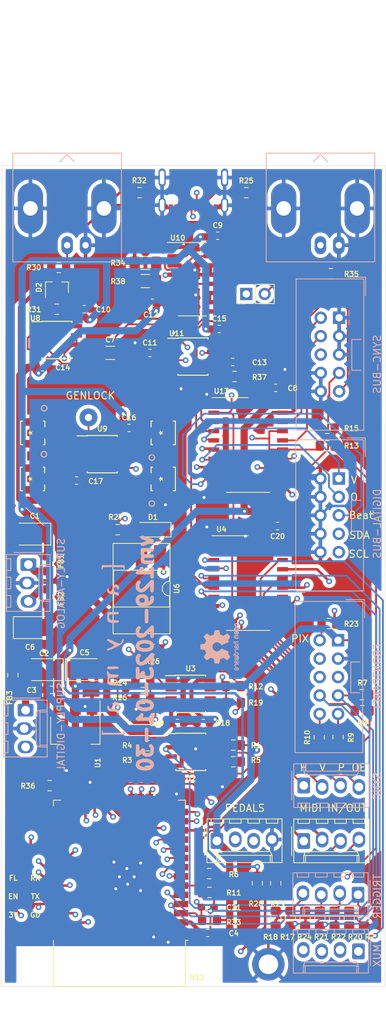
<source format=kicad_pcb>
(kicad_pcb (version 20211014) (generator pcbnew)
  (layers (0 "F.Cu" signal) (1 "In1.Cu" signal) (2 "In2.Cu" signal) (31 "B.Cu" signal) (34 "B.Paste" user) (35 "F.Paste" user) (36 "B.SilkS" user "B.Silkscreen") (37 "F.SilkS" user "F.Silkscreen") (38 "B.Mask" user) (39 "F.Mask" user) (44 "Edge.Cuts" user))
  (net 0 "")
  (net 1 "GND")
  (net 2 "+5V")
  (net 3 "-5V")
  (net 4 "VCC")
  (net 5 "Net-(D2-Pad3)")
  (net 6 "3V3")
  (net 7 "/sda")
  (net 8 "/scl")
  (net 9 "/pix")
  (net 10 "/btn_clk")
  (net 11 "/btn_data")
  (net 12 "/btn_latch")
  (net 13 "/enc_a")
  (net 14 "/enc_b")
  (net 15 "/rx")
  (net 16 "/tx")
  (net 17 "/trig_in")
  (net 18 "/trig3")
  (net 19 "/trig2")
  (net 20 "/trig1")
  (net 21 "/mux2")
  (net 22 "/mux1")
  (net 23 "/mux3")
  (net 24 "/mux4")
  (net 25 "Net-(C11-Pad2)")
  (net 26 "Net-(C7-Pad1)")
  (net 27 "/en")
  (net 28 "Net-(C11-Pad1)")
  (net 29 "Net-(C13-Pad1)")
  (net 30 "Net-(D1-Pad2)")
  (net 31 "Net-(D1-Pad1)")
  (net 32 "/supply+")
  (net 33 "Net-(FB2-Pad1)")
  (net 34 "hsync")
  (net 35 "porch")
  (net 36 "synkietxt")
  (net 37 "synkietxt_enable")
  (net 38 "vsync")
  (net 39 "oddeven")
  (net 40 "beatsync")
  (net 41 "Net-(FB3-Pad1)")
  (net 42 "/Genlock/genlock_in")
  (net 43 "Net-(J16-Pad2)")
  (net 44 "Net-(J17-Pad1)")
  (net 45 "/trig_in_3v3")
  (net 46 "Net-(R3-Pad2)")
  (net 47 "/hysnc_3v3")
  (net 48 "/video_read")
  (net 49 "/vsync_3v3")
  (net 50 "Net-(R14-Pad2)")
  (net 51 "/trig3_3v3")
  (net 52 "Net-(R20-Pad1)")
  (net 53 "/trig2_3v3")
  (net 54 "Net-(R23-Pad1)")
  (net 55 "/trig1_3v3")
  (net 56 "Net-(R31-Pad2)")
  (net 57 "Net-(J4-Pad2)")
  (net 58 "/Genlock/synctip")
  (net 59 "Net-(J4-Pad4)")
  (net 60 "Net-(U2-Pad5)")
  (net 61 "Net-(U3-Pad5)")
  (net 62 "clamped_genlock")
  (net 63 "Net-(U10-Pad4)")
  (net 64 "/Genlock/burst_only")
  (net 65 "Net-(J4-Pad6)")
  (net 66 "Net-(J4-Pad7)")
  (net 67 "Net-(J4-Pad9)")
  (net 69 "Net-(J6-Pad1)")
  (net 70 "Net-(J6-Pad3)")
  (net 71 "Net-(J6-Pad5)")
  (net 72 "Net-(J8-Pad1)")
  (net 73 "Net-(J8-Pad2)")
  (net 74 "Net-(J8-Pad3)")
  (net 75 "Net-(J8-Pad4)")
  (net 76 "Net-(U9-Pad2)")
  (net 77 "Net-(J19-PadA5)")
  (net 79 "/usb-")
  (net 80 "/usb+")
  (net 81 "Net-(J19-PadB5)")
  (net 83 "/flash")
  (net 84 "Net-(R17-Pad1)")
  (net 85 "Net-(R21-Pad1)")
  (net 95 "Net-(R29-Pad2)")
  (net 96 "Net-(R28-Pad2)")
  (net 97 "Net-(R27-Pad2)")
  (net 98 "/pedal2")
  (net 99 "/pedal1")
  (net 100 "Net-(J19-PadA4)")
  (footprint "synkie_footprints:CP_EIA-3528-21_Kemet-B_Pad1.50x2.35mm_HandSolder" (layer "F.Cu") (at 51.816 113.538 180)
    (fp_text reference "C2")
    (fp_text value "CP")
  )
  (footprint "synkie_footprints:C_0603_1608Metric_Pad1.05x0.95mm_HandSolder" (layer "F.Cu") (at 52.832 116.332 180)
    (fp_text reference "C3")
    (fp_text value "100n")
  )
  (footprint "synkie_footprints:CP_EIA-3528-21_Kemet-B_Pad1.50x2.35mm_HandSolder" (layer "F.Cu") (at 50.098 94.846 180)
    (fp_text reference "C1")
    (fp_text value "10u")
  )
  (footprint "synkie_footprints:C_0603_1608Metric_Pad1.05x0.95mm_HandSolder" (layer "F.Cu") (at 74.422 149.86)
    (fp_text reference "C4")
    (fp_text value "100n")
  )
  (footprint "synkie_footprints:CP_EIA-3528-21_Kemet-B_Pad1.50x2.35mm_HandSolder" (layer "F.Cu") (at 50.198 107.746)
    (fp_text reference "C6")
    (fp_text value "10u")
  )
  (footprint "synkie_footprints:CP_EIA-3528-21_Kemet-B_Pad1.50x2.35mm_HandSolder" (layer "F.Cu") (at 57.404 113.538)
    (fp_text reference "C5")
    (fp_text value "CP")
  )
  (footprint "Diode_SMD:D_MiniMELF" (layer "F.Cu") (at 66.802 94.234 180)
    (fp_text reference "D1")
    (fp_text value "D")
  )
  (footprint "synkie_footprints:L_0805_2012Metric_Pad1.15x1.40mm_HandSolder" (layer "F.Cu") (at 52.298 98.946 90)
    (fp_text reference "FB1")
    (fp_text value "Ferrite_Bead")
  )
  (footprint "synkie_footprints:L_0805_2012Metric_Pad1.15x1.40mm_HandSolder" (layer "F.Cu") (at 52.348 103.496 -90)
    (fp_text reference "FB2")
    (fp_text value "Ferrite_Bead")
  )
  (footprint "synkie_footprints:L_0805_2012Metric_Pad1.15x1.40mm_HandSolder" (layer "F.Cu") (at 47.498 114.291 90)
    (fp_text reference "FB3")
    (fp_text value "Ferrite_Bead")
  )
  (footprint "MountingHole:MountingHole_2.7mm_M2.5_ISO7380_Pad" (layer "F.Cu") (at 82.804 154.178)
    (fp_text reference "H1" hide)
    (fp_text value "MountingHole_Pad")
  )
  (footprint "synkie_footprints:R_0805_2012Metric_Pad1.15x1.40mm_HandSolder" (layer "F.Cu") (at 83.82 147.828 -90)
    (fp_text reference "R18")
    (fp_text value "750")
  )
  (footprint "synkie_footprints:R_0805_2012Metric_Pad1.15x1.40mm_HandSolder" (layer "F.Cu") (at 91.177 107.188 180)
    (fp_text reference "R23")
    (fp_text value "100")
  )
  (footprint "synkie_footprints:R_0805_2012Metric_Pad1.15x1.40mm_HandSolder" (layer "F.Cu") (at 61.976 94.234 180)
    (fp_text reference "R27")
    (fp_text value "220")
  )
  (footprint "synkie_footprints:R_0805_2012Metric_Pad1.15x1.40mm_HandSolder" (layer "F.Cu") (at 83.82 143.011 -90)
    (fp_text reference "R29")
    (fp_text value "220")
  )
  (footprint "synkie_footprints:R_0805_2012Metric_Pad1.15x1.40mm_HandSolder" (layer "F.Cu") (at 92.435 122.83 90)
    (fp_text reference "R9")
    (fp_text value "4k7")
  )
  (footprint "synkie_footprints:R_0805_2012Metric_Pad1.15x1.40mm_HandSolder" (layer "F.Cu") (at 89.835 122.88 90)
    (fp_text reference "R10")
    (fp_text value "4k7")
  )
  (footprint "synkie_footprints:R_0805_2012Metric_Pad1.15x1.40mm_HandSolder" (layer "F.Cu") (at 90.941 82.664 180)
    (fp_text reference "R13")
    (fp_text value "2k")
  )
  (footprint "synkie_footprints:R_0805_2012Metric_Pad1.15x1.40mm_HandSolder" (layer "F.Cu") (at 90.941 80.264 180)
    (fp_text reference "R15")
    (fp_text value "3k")
  )
  (footprint "synkie_footprints:R_0805_2012Metric_Pad1.15x1.40mm_HandSolder" (layer "F.Cu") (at 77.969 123.952 180)
    (fp_text reference "R1")
    (fp_text value "4k7")
  )
  (footprint "synkie_footprints:R_0805_2012Metric_Pad1.15x1.40mm_HandSolder" (layer "F.Cu") (at 96.012 147.828 -90)
    (fp_text reference "R2")
    (fp_text value "10k")
  )
  (footprint "synkie_footprints:R_0805_2012Metric_Pad1.15x1.40mm_HandSolder" (layer "F.Cu") (at 66.086 126.136)
    (fp_text reference "R3")
    (fp_text value "1k")
  )
  (footprint "synkie_footprints:R_0805_2012Metric_Pad1.15x1.40mm_HandSolder" (layer "F.Cu") (at 66.086 124.036 180)
    (fp_text reference "R4")
    (fp_text value "180")
  )
  (footprint "synkie_footprints:SOIC-8_3.9x4.9mm_P1.27mm" (layer "F.Cu") (at 72.086 124.886)
    (fp_text reference "U2")
    (fp_text value "LM311")
  )
  (footprint "synkie_footprints:R_0805_2012Metric_Pad1.15x1.40mm_HandSolder" (layer "F.Cu") (at 66.793 110.744 180)
    (fp_text reference "R26")
    (fp_text value "47k")
  )
  (footprint "Package_TO_SOT_SMD:SOT-223-3_TabPin2" (layer "F.Cu") (at 56.134 121.92 -90)
    (fp_text reference "U1")
    (fp_text value "LD1117S33TR_SOT223")
  )
  (footprint "synkie_footprints:R_0805_2012Metric_Pad1.15x1.40mm_HandSolder" (layer "F.Cu") (at 81.28 143.011 -90)
    (fp_text reference "R28")
    (fp_text value "220")
  )
  (footprint "synkie_footprints:R_0805_2012Metric_Pad1.15x1.40mm_HandSolder" (layer "F.Cu") (at 95.76 119.2 180)
    (fp_text reference "R8")
    (fp_text value "4k7")
  )
  (footprint "synkie_footprints:C_1206_3216Metric_Pad1.42x1.75mm_HandSolder" (layer "F.Cu") (at 60.96 69.85)
    (fp_text reference "C7")
    (fp_text value "1u")
  )
  (footprint "synkie_footprints:C_0603_1608Metric_Pad1.05x0.95mm_HandSolder" (layer "F.Cu") (at 75.798 53.69)
    (fp_text reference "C9")
    (fp_text value "100n")
  )
  (footprint "synkie_footprints:C_0603_1608Metric_Pad1.05x0.95mm_HandSolder" (layer "F.Cu") (at 57.344 63.822 180)
    (fp_text reference "C10")
    (fp_text value "100n")
  )
  (footprint "synkie_footprints:C_0603_1608Metric_Pad1.05x0.95mm_HandSolder" (layer "F.Cu") (at 66.435 69.85 180)
    (fp_text reference "C11")
    (fp_text value "100n")
  )
  (footprint "synkie_footprints:C_0603_1608Metric_Pad1.05x0.95mm_HandSolder" (layer "F.Cu") (at 66.798 62.94)
    (fp_text reference "C12")
    (fp_text value "100n")
  )
  (footprint "synkie_footprints:C_0603_1608Metric_Pad1.05x0.95mm_HandSolder" (layer "F.Cu") (at 77.89 71.108)
    (fp_text reference "C13")
    (fp_text value "100n")
  )
  (footprint "synkie_footprints:C_0603_1608Metric_Pad1.05x0.95mm_HandSolder" (layer "F.Cu") (at 51.594 71.822)
    (fp_text reference "C14")
    (fp_text value "100n")
  )
  (footprint "synkie_footprints:C_0603_1608Metric_Pad1.05x0.95mm_HandSolder" (layer "F.Cu") (at 76.015 66.558)
    (fp_text reference "C15")
    (fp_text value "100n")
  )
  (footprint "synkie_footprints:C_0603_1608Metric_Pad1.05x0.95mm_HandSolder" (layer "F.Cu") (at 63.55 80.205)
    (fp_text reference "C16")
    (fp_text value "100n")
  )
  (footprint "synkie_footprints:C_0603_1608Metric_Pad1.05x0.95mm_HandSolder" (layer "F.Cu") (at 56.3 87.455)
    (fp_text reference "C17")
    (fp_text value "100n")
  )
  (footprint "Package_TO_SOT_SMD:SOT-23" (layer "F.Cu") (at 53.594 60.822 90)
    (fp_text reference "D2")
    (fp_text value "BAT54S")
  )
  (footprint "synkie_footprints:Solderpad_1mm" (layer "F.Cu") (at 58.458 79.009)
    (fp_text reference "J11" hide)
    (fp_text value "GENLOCK")
  )
  (footprint "synkie_footprints:TE_UMCC_2337019-1" (layer "F.Cu") (at 50.2164 87.235 -90)
    (fp_text reference "J13" hide)
    (fp_text value "UMCC" hide)
  )
  (footprint "synkie_footprints:TE_UMCC_2337019-1" (layer "F.Cu") (at 50.242 80.885 -90)
    (fp_text reference "J15" hide)
    (fp_text value "UMCC" hide)
  )
  (footprint "synkie_footprints:PinHeader_1x02_P2.54mm_Vertical" (layer "F.Cu") (at 79.756 61.722 90)
    (fp_text reference "J16" hide)
    (fp_text value "Conn_01x02")
  )
  (footprint "synkie_footprints:TE_UMCC_2337019-1" (layer "F.Cu") (at 68.276 80.885 90)
    (fp_text reference "J17" hide)
    (fp_text value "UMCC" hide)
  )
  (footprint "synkie_footprints:TE_UMCC_2337019-1" (layer "F.Cu") (at 68.276 87.235 90)
    (fp_text reference "J18" hide)
    (fp_text value "UMCC" hide)
  )
  (footprint "synkie_footprints:R_0805_2012Metric_Pad1.15x1.40mm_HandSolder" (layer "F.Cu") (at 77.969 126.238)
    (fp_text reference "R5")
    (fp_text value "510k")
  )
  (footprint "synkie_footprints:R_0805_2012Metric_Pad1.15x1.40mm_HandSolder" (layer "F.Cu") (at 74.626 141.672)
    (fp_text reference "R6")
    (fp_text value "2k")
  )
  (footprint "synkie_footprints:R_0805_2012Metric_Pad1.15x1.40mm_HandSolder" (layer "F.Cu") (at 74.676 144.272)
    (fp_text reference "R11")
    (fp_text value "3k")
  )
  (footprint "synkie_footprints:R_0805_2012Metric_Pad1.15x1.40mm_HandSolder" (layer "F.Cu") (at 77.969 115.824 180)
    (fp_text reference "R12")
    (fp_text value "3k")
  )
  (footprint "synkie_footprints:R_0805_2012Metric_Pad1.15x1.40mm_HandSolder" (layer "F.Cu") (at 65.461 115.286)
    (fp_text reference "R14")
    (fp_text value "3k")
  )
  (footprint "synkie_footprints:R_0805_2012Metric_Pad1.15x1.40mm_HandSolder" (layer "F.Cu") (at 65.461 117.486 180)
    (fp_text reference "R16")
    (fp_text value "300")
  )
  (footprint "synkie_footprints:R_0805_2012Metric_Pad1.15x1.40mm_HandSolder" (layer "F.Cu") (at 53.844 58.072 180)
    (fp_text reference "R30")
    (fp_text value "75")
  )
  (footprint "synkie_footprints:R_0805_2012Metric_Pad1.15x1.40mm_HandSolder" (layer "F.Cu") (at 53.569 63.822)
    (fp_text reference "R31")
    (fp_text value "75")
  )
  (footprint "synkie_footprints:R_1206_3216Metric_Pad1.42x1.75mm_HandSolder" (layer "F.Cu") (at 65.8105 57.44 180)
    (fp_text reference "R34")
    (fp_text value "300")
  )
  (footprint "synkie_footprints:R_0805_2012Metric_Pad1.15x1.40mm_HandSolder" (layer "F.Cu") (at 91.431 58.928)
    (fp_text reference "R35")
    (fp_text value "75")
  )
  (footprint "synkie_footprints:R_0805_2012Metric_Pad1.15x1.40mm_HandSolder" (layer "F.Cu") (at 78.14 73.108)
    (fp_text reference "R37")
    (fp_text value "680k")
  )
  (footprint "synkie_footprints:R_1206_3216Metric_Pad1.42x1.75mm_HandSolder" (layer "F.Cu") (at 65.798 59.94)
    (fp_text reference "R38")
    (fp_text value "4k7")
  )
  (footprint "synkie_footprints:SOIC-8_3.9x4.9mm_P1.27mm" (layer "F.Cu") (at 72.061 116.886)
    (fp_text reference "U3")
    (fp_text value "LM311")
  )
  (footprint "synkie_footprints:SOIC-8_3.9x4.9mm_P1.27mm" (layer "F.Cu") (at 59.85 83.82)
    (fp_text reference "U9")
    (fp_text value "MAX4392")
  )
  (footprint "synkie_footprints:SOIC-16_3.9x9.9mm_P1.27mm" (layer "F.Cu") (at 72.298 59.69)
    (fp_text reference "U10")
    (fp_text value "4053")
  )
  (footprint "synkie_footprints:SOIC-8_3.9x4.9mm_P1.27mm" (layer "F.Cu") (at 72.39 70.358)
    (fp_text reference "U11")
    (fp_text value "LM1881")
  )
  (footprint "Package_DIP:DIP-6_W8.89mm_SMDSocket_LongPads" (layer "F.Cu") (at 65.278 102.362 -90)
    (fp_text reference "U6")
    (fp_text value "4N25")
  )
  (footprint "synkie_footprints:SOIC-8_3.9x4.9mm_P1.27mm" (layer "F.Cu") (at 53.594 68.072)
    (fp_text reference "U8")
    (fp_text value "LMH6643")
  )
  (footprint "synkie_footprints:R_0805_2012Metric_Pad1.15x1.40mm_HandSolder" (layer "F.Cu") (at 85.852 147.828 90)
    (fp_text reference "R17")
    (fp_text value "3k")
  )
  (footprint "synkie_footprints:C_0603_1608Metric_Pad1.05x0.95mm_HandSolder" (layer "F.Cu") (at 73.801 120.904 180)
    (fp_text reference "C18")
    (fp_text value "100n")
  )
  (footprint "synkie_footprints:C_0603_1608Metric_Pad1.05x0.95mm_HandSolder" (layer "F.Cu") (at 70.245 120.904 180)
    (fp_text reference "C19")
    (fp_text value "100n")
  )
  (footprint "synkie_footprints:R_0805_2012Metric_Pad1.15x1.40mm_HandSolder" (layer "F.Cu") (at 77.978 118.11)
    (fp_text reference "R19")
    (fp_text value "510k")
  )
  (footprint "synkie_footprints:R_0805_2012Metric_Pad1.15x1.40mm_HandSolder" (layer "F.Cu") (at 95.71 117 180)
    (fp_text reference "R7")
    (fp_text value "4k7")
  )
  (footprint "synkie_footprints:Molex_KK-254_AE-6410-04A_1x04_P2.54mm_Vertical" (layer "F.Cu") (at 87.695 137.18)
    (fp_text reference "J9" hide)
    (fp_text value "MIDI")
  )
  (footprint "Package_SO:SO-20_12.8x7.5mm_P1.27mm" (layer "F.Cu") (at 80.01 82.55)
    (fp_text reference "U13")
    (fp_text value "74HC244")
  )
  (footprint "synkie_footprints:R_0805_2012Metric_Pad1.15x1.40mm_HandSolder" (layer "F.Cu") (at 91.948 147.828 -90)
    (fp_text reference "R22")
    (fp_text value "750")
  )
  (footprint "synkie_footprints:R_0805_2012Metric_Pad1.15x1.40mm_HandSolder" (layer "F.Cu") (at 65.024 47.752 180)
    (fp_text reference "R32")
    (fp_text value "5k1")
  )
  (footprint "synkie_footprints:R_0805_2012Metric_Pad1.15x1.40mm_HandSolder" (layer "F.Cu") (at 93.98 147.828 90)
    (fp_text reference "R20")
    (fp_text value "3k")
  )
  (footprint "synkie_footprints:R_0603_1608Metric_Pad1.05x0.95mm_HandSolder" (layer "F.Cu") (at 83.82 74.676 180)
    (fp_text reference "C8")
    (fp_text value "C")
  )
  (footprint "synkie_footprints:R_0805_2012Metric_Pad1.15x1.40mm_HandSolder" (layer "F.Cu") (at 74.676 148.082 180)
    (fp_text reference "R33")
    (fp_text value "10k")
  )
  (footprint "Package_SO:SO-20_12.8x7.5mm_P1.27mm" (layer "F.Cu") (at 80.01 101.6)
    (fp_text reference "U4")
    (fp_text value "74HC244")
  )
  (footprint "synkie_footprints:JAE_USB-C_SJ122205" (layer "F.Cu") (at 72.44 48.768 180)
    (fp_text reference "J19" hide)
    (fp_text value "USB_C_Receptacle_USB2.0")
  )
  (footprint "2022_midi_controller:ESP32-S3-WROOM" (layer "F.Cu") (at 62.23 141.423 180)
    (fp_text reference "U12")
    (fp_text value "ESP32-S3-WROOM")
  )
  (footprint "synkie_footprints:R_0805_2012Metric_Pad1.15x1.40mm_HandSolder" (layer "F.Cu") (at 89.916 147.828 90)
    (fp_text reference "R21")
    (fp_text value "3k")
  )
  (footprint "synkie_footprints:C_0603_1608Metric_Pad1.05x0.95mm_HandSolder" (layer "F.Cu") (at 74.422 146.304)
    (fp_text reference "C21")
    (fp_text value "1u")
  )
  (footprint "synkie_footprints:R_0805_2012Metric_Pad1.15x1.40mm_HandSolder" (layer "F.Cu") (at 87.884 147.828 -90)
    (fp_text reference "R24")
    (fp_text value "750")
  )
  (footprint "synkie_footprints:R_0805_2012Metric_Pad1.15x1.40mm_HandSolder" (layer "F.Cu") (at 52.578 129.54)
    (fp_text reference "R36")
    (fp_text value "10k")
  )
  (footprint "synkie_footprints:R_0805_2012Metric_Pad1.15x1.40mm_HandSolder" (layer "F.Cu") (at 79.747 47.752)
    (fp_text reference "R25")
    (fp_text value "5k1")
  )
  (footprint "synkie_footprints:R_0603_1608Metric_Pad1.05x0.95mm_HandSolder" (layer "F.Cu") (at 84.074 93.726 180)
    (fp_text reference "C20")
    (fp_text value "C")
  )
  (footprint "synkie_footprints:Molex_KK-254_AE-6410-04A_1x04_P2.54mm_Vertical" (layer "F.Cu") (at 75.692 137.16)
    (fp_text reference "J10" hide)
    (fp_text value "pedals")
  )
  (footprint "anyma_footprints:AnymaPOGO-ISP" (layer "F.Cu") (at 52.499 143.51 90)
    (fp_text reference "J20" hide)
    (fp_text value "Conn_01x06")
  )
  (footprint "synkie_footprints:Molex_KK-254_AE-6410-04A_1x04_P2.54mm_Vertical" (layer "B.Cu") (at 87.695 129.52)
    (fp_text reference "J8" hide)
    (fp_text value "Sync-Bus")
  )
  (footprint "synkie_footprints:Molex_KK-254_AE-6410-03A_1x03_P2.54mm_Vertical" (layer "B.Cu") (at 49.648 99.046 -90)
    (fp_text reference "J1" hide)
    (fp_text value "Supply")
  )
  (footprint "anyma_footprints:logo_anyma" (layer "B.Cu") (at 61.4368 110.9028 -90)
    (fp_text reference "U5" hide)
    (fp_text value "LOGO" hide)
  )
  (footprint "Symbol:OSHW-Logo2_7.3x6mm_SilkScreen" (layer "B.Cu") (at 76.1688 110.3948 -90)
    (fp_text reference "U7" hide)
    (fp_text value "LOGO" hide)
  )
  (footprint "synkie_footprints:IDC-Header_2x05_P2.54mm_Vertical" (layer "B.Cu") (at 92.535 87.18 180)
    (fp_text reference "J6" hide)
    (fp_text value "Digitalbus")
  )
  (footprint "synkie_footprints:Molex_KK-254_AE-6410-04A_1x04_P2.54mm_Vertical" (layer "B.Cu") (at 95.2 144.585 180)
    (fp_text reference "J3" hide)
    (fp_text value "triggers")
  )
  (footprint "synkie_footprints:IDC-Header_2x05_P2.54mm_Vertical" (layer "B.Cu") (at 92.435 109.48 180)
    (fp_text reference "J7" hide)
    (fp_text value "Frontpanel")
  )
  (footprint "synkie_footprints:Molex_KK-254_AE-6410-04A_1x04_P2.54mm_Vertical" (layer "B.Cu") (at 95.25 152.4 180)
    (fp_text reference "J2" hide)
    (fp_text value "mux")
  )
  (footprint "synkie_footprints:IDC-Header_2x05_P2.54mm_Vertical" (layer "B.Cu") (at 92.585 65 180)
    (fp_text reference "J4" hide)
    (fp_text value "Syncbus")
  )
  (footprint "synkie_footprints:BNC_MOLEX_0731000080_Horizontal" (layer "B.Cu") (at 90 55 180)
    (fp_text reference "J14" hide)
    (fp_text value "Conn_Coaxial")
  )
  (footprint "synkie_footprints:BNC_MOLEX_0731000080_Horizontal" (layer "B.Cu") (at 55 55 180)
    (fp_text reference "J12" hide)
    (fp_text value "Conn_Coaxial")
  )
  (footprint "synkie_footprints:Molex_KK-254_AE-6410-03A_1x03_P2.54mm_Vertical" (layer "B.Cu") (at 49.256 119.126 -90)
    (fp_text reference "J5" hide)
    (fp_text value "Digital-Supply")
  )
  (gr_line (start 45.89 157.226) (end 46 44) (layer "Edge.Cuts") (width 0.05))
  (gr_line (start 98.89 157.226) (end 45.89 157.226) (layer "Edge.Cuts") (width 0.05))
  (gr_line (start 46 44) (end 99 44) (layer "Edge.Cuts") (width 0.05))
  (gr_line (start 99 44) (end 98.89 157.226) (layer "Edge.Cuts") (width 0.05))
  (gr_text "SYNC-BUS" (at 97.8408 71.4068 90) (layer "B.SilkS") (effects (font (size 1 1)) (justify mirror)))
  (gr_text "MUX" (at 97.8408 152.9588 90) (layer "B.SilkS") (effects (font (size 1 1)) (justify mirror)))
  (gr_text "DIGITAL-BUS" (at 97.8408 93.4068 90) (layer "B.SilkS") (effects (font (size 1 1)) (justify mirror)))
  (gr_text "SUPPLY-DIGITAL" (at 54.1528 121.4628 90) (layer "B.SilkS") (effects (font (size 1 1)) (justify mirror)))
  (gr_text "vm129-2023-01-30" (at 65.8368 111.3028 90) (layer "B.SilkS") (effects (font (size 2 2) (thickness 0.5)) (justify mirror)))
  (gr_text "SYNC" (at 97.8408 129.5908 90) (layer "B.SilkS") (effects (font (size 1 1)) (justify mirror)))
  (gr_text "SUPPLY-ANALOG" (at 54.1528 101.6508 90) (layer "B.SilkS") (effects (font (size 1 1)) (justify mirror)))
  (gr_text "TRIGGER" (at 97.8408 144.8308 90) (layer "B.SilkS") (effects (font (size 1 1)) (justify mirror)))
  (gr_text "FRONTPANEL\n" (at 97.8408 114.6068 90) (layer "B.SilkS") (effects (font (size 1 1)) (justify mirror)))
  (gr_text "P" (at 92.8808 127.0508) (layer "F.SilkS") (effects (font (size 1 1))))
  (gr_text "MIDI IN/OUT" (at 91.7448 132.6388) (layer "F.SilkS") (effects (font (size 1 1))))
  (gr_text "Beat" (at 95.6008 92.2368) (layer "F.SilkS") (effects (font (size 1 1))))
  (gr_text "V" (at 90.2808 127.0508) (layer "F.SilkS") (effects (font (size 1 1))))
  (gr_text "PEDALS" (at 79.5528 132.6388) (layer "F.SilkS") (effects (font (size 1 1))))
  (gr_text "PIX" (at 87.1728 109.2708) (layer "F.SilkS") (effects (font (size 1 1))))
  (gr_text "OE" (at 95.2808 127.0508) (layer "F.SilkS") (effects (font (size 1 1))))
  (gr_text "SCL" (at 95.3008 97.5868) (layer "F.SilkS") (effects (font (size 1 1))))
  (gr_text "O" (at 94.6508 89.7368) (layer "F.SilkS") (effects (font (size 1 1))))
  (gr_text "GENLOCK" (at 58.2168 75.7428) (layer "F.SilkS") (effects (font (size 1 1))))
  (gr_text "SDA" (at 95.4008 94.9868) (layer "F.SilkS") (effects (font (size 1 1))))
  (gr_text "V" (at 94.6508 87.3868) (layer "F.SilkS") (effects (font (size 1 1))))
  (gr_text "H" (at 87.6808 127.0508) (layer "F.SilkS") (effects (font (size 1 1))))
  (segment (start 72.926 124.305) (end 72.771 124.46) (width 0.35) (layer "F.Cu") (net 1))
  (segment (start 92.15048 147.75252) (end 87.93552 147.75252) (width 0.35) (layer "F.Cu") (net 1))
  (segment (start 75.3364 128.5748) (end 76.454 129.6924) (width 0.25) (layer "F.Cu") (net 1))
  (segment (start 68.12 49.468) (end 60.532 49.468) (width 0.35) (layer "F.Cu") (net 1))
  (segment (start 82.945 74.281) (end 85.09 72.136) (width 0.25) (layer "F.Cu") (net 1))
  (segment (start 76.581 59.055) (end 74.773 59.055) (width 0.25) (layer "F.Cu") (net 1))
  (segment (start 68.58 90.805) (end 68.58 89.0859) (width 0.35) (layer "F.Cu") (net 1))
  (segment (start 82.945 74.676) (end 82.945 74.281) (width 0.25) (layer "F.Cu") (net 1))
  (segment (start 75.26 76.53) (end 74.295 75.565) (width 0.35) (layer "F.Cu") (net 1))
  (segment (start 76.385 49.868) (end 76.76 49.493) (width 0.35) (layer "F.Cu") (net 1))
  (segment (start 64.41448 123.38948) (end 65.061 124.036) (width 0.35) (layer "F.Cu") (net 1))
  (segment (start 75.297 146.304) (end 75.297 144.676) (width 0.25) (layer "F.Cu") (net 1))
  (segment (start 70.73 149.678) (end 70.413 149.678) (width 0.35) (layer "F.Cu") (net 1))
  (segment (start 57.483502 118.618) (end 58.282 118.618) (width 0.35) (layer "F.Cu") (net 1))
  (segment (start 49.46252 101.57148) (end 54.13052 101.57148) (width 0.25) (layer "F.Cu") (net 1))
  (segment (start 68.52 49.868) (end 68.12 49.468) (width 0.35) (layer "F.Cu") (net 1))
  (segment (start 64.436 118.919) (end 64.516 118.999) (width 0.35) (layer "F.Cu") (net 1))
  (segment (start 69.69 73.754) (end 70.739 74.803) (width 0.35) (layer "F.Cu") (net 1))
  (segment (start 69.34 49.868) (end 68.52 49.868) (width 0.35) (layer "F.Cu") (net 1))
  (segment (start 75.26 94.818) (end 74.295 93.853) (width 0.35) (layer "F.Cu") (net 1))
  (segment (start 64.41448 122.96148) (end 64.41448 123.38948) (width 0.35) (layer "F.Cu") (net 1))
  (segment (start 75.26 95.885) (end 75.26 94.818) (width 0.35) (layer "F.Cu") (net 1))
  (segment (start 81.026 93.726) (end 79.629 95.123) (width 0.35) (layer "F.Cu") (net 1))
  (segment (start 54.13052 101.57148) (end 54.991 100.711) (width 0.25) (layer "F.Cu") (net 1))
  (segment (start 75.26 88.443) (end 73.914 89.789) (width 0.35) (layer "F.Cu") (net 1))
  (segment (start 75.297 146.318) (end 74.80148 146.81352) (width 0.25) (layer "F.Cu") (net 1))
  (segment (start 84.14948 147.75252) (end 83.82 148.082) (width 0.35) (layer "F.Cu") (net 1))
  (segment (start 63.999 47.752) (end 62.248 47.752) (width 0.35) (layer "F.Cu") (net 1))
  (segment (start 62.248 47.752) (end 60.08 49.92) (width 0.35) (layer "F.Cu") (net 1))
  (segment (start 69.823 64.135) (end 68.934 65.024) (width 0.25) (layer "F.Cu") (net 1))
  (segment (start 76.242816 53.69) (end 76.673 53.69) (width 0.25) (layer "F.Cu") (net 1))
  (segment (start 71.432489 63.695511) (end 71.432489 62.828417) (width 0.25) (layer "F.Cu") (net 1))
  (segment (start 69.119 131.668) (end 70.104 130.683) (width 0.35) (layer "F.Cu") (net 1))
  (segment (start 94.91152 147.75252) (end 92.15048 147.75252) (width 0.35) (layer "F.Cu") (net 1))
  (segment (start 83.82 148.082) (end 83.82 148.853) (width 0.35) (layer "F.Cu") (net 1))
  (segment (start 49.448 101.586) (end 49.46252 101.57148) (width 0.25) (layer "F.Cu") (net 1))
  (segment (start 75.130816 52.578) (end 76.242816 53.69) (width 0.25) (layer "F.Cu") (net 1))
  (segment (start 60.532 49.468) (end 60.08 49.92) (width 0.35) (layer "F.Cu") (net 1))
  (segment (start 70.993 64.135) (end 71.432489 63.695511) (width 0.25) (layer "F.Cu") (net 1))
  (segment (start 71.432489 62.828417) (end 70.199072 61.595) (width 0.25) (layer "F.Cu") (net 1))
  (segment (start 83.199 93.726) (end 81.026 93.726) (width 0.35) (layer "F.Cu") (net 1))
  (segment (start 68.58 89.0859) (end 68.226601 88.732501) (width 0.35) (layer "F.Cu") (net 1))
  (segment (start 75.297 146.304) (end 75.297 146.318) (width 0.25) (layer "F.Cu") (net 1))
  (segment (start 72.926 120.904) (end 72.926 124.305) (width 0.35) (layer "F.Cu") (net 1))
  (segment (start 87.93552 147.75252) (end 87.93552 148.80148) (width 0.35) (layer "F.Cu") (net 1))
  (segment (start 72.644 52.578) (end 75.130816 52.578) (width 0.25) (layer "F.Cu") (net 1))
  (segment (start 58.166 129.0828) (end 58.674 128.5748) (width 0.25) (layer "F.Cu") (net 1))
  (segment (start 49.92 49.92) (end 60.08 49.92) (width 0.35) (layer "F.Cu") (net 1))
  (segment (start 76.673 53.69) (end 76.673 59.147) (width 0.25) (layer "F.Cu") (net 1))
  (segment (start 75.54 49.868) (end 76.385 49.868) (width 0.35) (layer "F.Cu") (net 1))
  (segment (start 69.69 72.263) (end 69.69 73.754) (width 0.35) (layer "F.Cu") (net 1))
  (segment (start 92.456 59.817) (end 92.456 58.928) (width 0.35) (layer "F.Cu") (net 1))
  (segment (start 76.673 59.147) (end 76.673 66.341) (width 0.25) (layer "F.Cu") (net 1))
  (segment (start 82.804 149.869) (end 82.804 154.178) (width 0.35) (layer "F.Cu") (net 1))
  (segment (start 70.413 149.678) (end 68.961 151.13) (width 0.35) (layer "F.Cu") (net 1))
  (segment (start 57.54 55) (end 57.54 52.46) (width 0.35) (layer "F.Cu") (net 1))
  (segment (start 69.823 64.135) (end 70.993 64.135) (width 0.25) (layer "F.Cu") (net 1))
  (segment (start 76.673 59.147) (end 76.581 59.055) (width 0.25) (layer "F.Cu") (net 1))
  (segment (start 57.54 52.46) (end 60.08 49.92) (width 0.35) (layer "F.Cu") (net 1))
  (segment (start 58.674 128.5748) (end 75.3364 128.5748) (width 0.25) (layer "F.Cu") (net 1))
  (segment (start 70.199072 61.595) (end 69.823 61.595) (width 0.25) (layer "F.Cu") (net 1))
  (segment (start 96.012 148.853) (end 94.91152 147.75252) (width 0.35) (layer "F.Cu") (net 1))
  (segment (start 87.93552 147.75252) (end 84.14948 147.75252) (width 0.35) (layer "F.Cu") (net 1))
  (segment (start 69.386 122.981) (end 69.36648 122.96148) (width 0.35) (layer "F.Cu") (net 1))
  (segment (start 69.361 114.981) (end 70.058 114.981) (width 0.35) (layer "F.Cu") (net 1))
  (segment (start 89.995 87.18) (end 89.995 97.34) (width 0.25) (layer "F.Cu") (net 1))
  (segment (start 87.93552 148.80148) (end 87.884 148.853) (width 0.35) (layer "F.Cu") (net 1))
  (segment (start 74.773 59.055) (end 74.773 57.785) (width 0.25) (layer "F.Cu") (net 1))
  (segment (start 69.823 55.245) (end 69.977 55.245) (width 0.25) (layer "F.Cu") (net 1))
  (segment (start 74.80148 149.36448) (end 74.80148 146.81352) (width 0.25) (layer "F.Cu") (net 1))
  (segment (start 75.26 88.265) (end 75.26 88.443) (width 0.35) (layer "F.Cu") (net 1))
  (segment (start 58.282 118.618) (end 58.434 118.77) (width 0.35) (layer "F.Cu") (net 1))
  (segment (start 92.15048 148.65052) (end 91.948 148.853) (width 0.35) (layer "F.Cu") (net 1))
  (segment (start 79.165 73.108) (end 92.456 59.817) (width 0.35) (layer "F.Cu") (net 1))
  (segment (start 69.36648 122.96148) (end 64.41448 122.96148) (width 0.35) (layer "F.Cu") (net 1))
  (segment (start 92.15048 147.75252) (end 92.15048 148.65052) (width 0.35) (layer "F.Cu") (net 1))
  (segment (start 70.058 114.981) (end 70.358 114.681) (width 0.35) (layer "F.Cu") (net 1))
  (segment (start 69.977 55.245) (end 72.644 52.578) (width 0.25) (layer "F.Cu") (net 1))
  (segment (start 75.297 144.676) (end 75.701 144.272) (width 0.25) (layer "F.Cu") (net 1))
  (segment (start 78.765 72.708) (end 79.165 73.108) (width 0.35) (layer "F.Cu") (net 1))
  (segment (start 75.297 149.86) (end 74.80148 149.36448) (width 0.25) (layer "F.Cu") (net 1))
  (segment (start 78.765 71.108) (end 78.765 72.708) (width 0.35) (layer "F.Cu") (net 1))
  (segment (start 64.436 117.486) (end 64.436 118.919) (width 0.35) (layer "F.Cu") (net 1))
  (segment (start 68.965 131.668) (end 69.119 131.668) (width 0.35) (layer "F.Cu") (net 1))
  (segment (start 83.82 148.853) (end 82.804 149.869) (width 0.35) (layer "F.Cu") (net 1))
  (segment (start 76.673 66.341) (end 76.89 66.558) (width 0.25) (layer "F.Cu") (net 1))
  (segment (start 64.323 57.44) (end 64.48 57.44) (width 0.25) (layer "F.Cu") (net 1))
  (segment (start 75.26 76.835) (end 75.26 76.53) (width 0.35) (layer "F.Cu") (net 1))
  (via (at 66.9544 150.4188) (size 0.8) (drill 0.4) (layers "F.Cu" "B.Cu") (net 1))
  (via (at 72.771 124.46) (size 0.8) (drill 0.4) (layers "F.Cu" "B.Cu") (net 1))
  (via (at 54.991 100.711) (size 0.8) (drill 0.4) (layers "F.Cu" "B.Cu") (net 1))
  (via (at 74.295 93.853) (size 0.8) (drill 0.4) (layers "F.Cu" "B.Cu") (net 1))
  (via (at 69.723 67.056) (size 0.8) (drill 0.4) (layers "F.Cu" "B.Cu") (net 1))
  (via (at 61.722 143.764) (size 0.8) (drill 0.4) (layers "F.Cu" "B.Cu") (net 1))
  (via (at 70.358 114.681) (size 0.8) (drill 0.4) (layers "F.Cu" "B.Cu") (net 1))
  (via (at 62.23 142.113) (size 0.8) (drill 0.4) (layers "F.Cu" "B.Cu") (net 1))
  (via (at 65.151 140.208) (size 0.8) (drill 0.4) (layers "F.Cu" "B.Cu") (net 1))
  (via (at 58.166 129.0828) (size 0.8) (drill 0.4) (layers "F.Cu" "B.Cu") (net 1))
  (via (at 76.454 129.6924) (size 0.8) (drill 0.4) (layers "F.Cu" "B.Cu") (net 1))
  (via (at 64.516 118.999) (size 0.8) (drill 0.4) (layers "F.Cu" "B.Cu") (net 1))
  (via (at 61.468 140.081) (size 0.8) (drill 0.4) (layers "F.Cu" "B.Cu") (net 1))
  (via (at 65.151 144.018) (size 0.8) (drill 0.4) (layers "F.Cu" "B.Cu") (net 1))
  (via (at 68.961 151.13) (size 0.8) (drill 0.4) (layers "F.Cu" "B.Cu") (net 1))
  (via (at 79.629 95.123) (size 0.8) (drill 0.4) (layers "F.Cu" "B.Cu") (net 1))
  (via (at 63.373 143.129) (size 0.8) (drill 0.4) (layers "F.Cu" "B.Cu") (net 1))
  (via (at 64.262 142.113) (size 0.8) (drill 0.4) (layers "F.Cu" "B.Cu") (net 1))
  (via (at 68.58 90.805) (size 0.8) (drill 0.4) (layers "F.Cu" "B.Cu") (net 1))
  (via (at 57.483502 118.618) (size 0.8) (drill 0.4) (layers "F.Cu" "B.Cu") (net 1))
  (via (at 85.09 72.136) (size 0.8) (drill 0.4) (layers "F.Cu" "B.Cu") (net 1))
  (via (at 74.80148 146.81352) (size 0.8) (drill 0.4) (layers "F.Cu" "B.Cu") (net 1))
  (via (at 70.739 74.803) (size 0.8) (drill 0.4) (layers "F.Cu" "B.Cu") (net 1))
  (via (at 54.9148 127.4572) (size 0.8) (drill 0.4) (layers "F.Cu" "B.Cu") (net 1))
  (via (at 70.104 130.683) (size 0.8) (drill 0.4) (layers "F.Cu" "B.Cu") (net 1))
  (via (at 73.914 89.789) (size 0.8) (drill 0.4) (layers "F.Cu" "B.Cu") (net 1))
  (via (at 74.295 75.565) (size 0.8) (drill 0.4) (layers "F.Cu" "B.Cu") (net 1))
  (via (at 64.389 68.453) (size 0.8) (drill 0.4) (layers "F.Cu" "B.Cu") (net 1))
  (via (at 72.644 58.42) (size 0.8) (drill 0.4) (layers "F.Cu" "B.Cu") (net 1))
  (via (at 63.246 140.97) (size 0.8) (drill 0.4) (layers "F.Cu" "B.Cu") (net 1))
  (via (at 72.771 61.849) (size 0.8) (drill 0.4) (layers "F.Cu" "B.Cu") (net 1))
  (segment (start 70.358 114.681) (end 70.358 97.79) (width 0.35) (layer "B.Cu") (net 1))
  (segment (start 64.516 118.999) (end 63.5 117.983) (width 0.35) (layer "B.Cu") (net 1))
  (segment (start 66.548 123.952) (end 66.548 127.127) (width 0.35) (layer "B.Cu") (net 1))
  (segment (start 89.995 92.26) (end 91.45 90.805) (width 0.35) (layer "B.Cu") (net 1))
  (segment (start 61.468 139.319) (end 61.468 140.081) (width 0.35) (layer "B.Cu") (net 1))
  (segment (start 84.92 71.966) (end 84.92 49.92) (width 0.25) (layer "B.Cu") (net 1))
  (segment (start 74.549 79.375) (end 72.009 81.915) (width 0.35) (layer "B.Cu") (net 1))
  (segment (start 93.699889 90.958111) (end 94.361 90.297) (width 0.35) (layer "B.Cu") (net 1))
  (segment (start 66.548 127.127) (end 70.104 130.683) (width 0.35) (layer "B.Cu") (net 1))
  (segment (start 91.603111 90.958111) (end 93.699889 90.958111) (width 0.35) (layer "B.Cu") (net 1))
  (segment (start 94.361 90.297) (end 94.361 84.836) (width 0.35) (layer "B.Cu") (net 1))
  (segment (start 91.45 90.805) (end 91.603111 90.958111) (width 0.35) (layer "B.Cu") (net 1))
  (segment (start 56.642 117.983) (end 57.277 118.618) (width 0.35) (layer "B.Cu") (net 1))
  (segment (start 81.857 92.26) (end 89.995 92.26) (width 0.35) (layer "B.Cu") (net 1))
  (segment (start 71.374 123.063) (end 67.437 123.063) (width 0.35) (layer "B.Cu") (net 1))
  (segment (start 72.009 81.915) (end 72.009 86.233) (width 0.35) (layer "B.Cu") (net 1))
  (segment (start 54.991 100.711) (end 58.674 100.711) (width 0.25) (layer "B.Cu") (net 1))
  (segment (start 69.596 89.789) (end 68.58 90.805) (width 0.35) (layer "B.Cu") (net 1))
  (segment (start 79.629 95.123) (end 75.565 95.123) (width 0.35) (layer "B.Cu") (net 1))
  (segment (start 72.517 86.741) (end 89.556 86.741) (width 0.35) (layer "B.Cu") (net 1))
  (segment (start 85.09 72.136) (end 84.92 71.966) (width 0.25) (layer "B.Cu") (net 1))
  (segment (start 68.961 151.13) (end 65.151 147.32) (width 0.35) (layer "B.Cu") (net 1))
  (segment (start 70.358 97.79) (end 74.295 93.853) (width 0.35) (layer "B.Cu") (net 1))
  (segment (start 73.914 89.789) (end 69.596 89.789) (width 0.35) (layer "B.Cu") (net 1))
  (segment (start 94.361 84.836) (end 88.9 79.375) (width 0.35) (layer "B.Cu") (net 1))
  (segment (start 74.295 93.853) (end 80.264 93.853) (width 0.35) (layer "B.Cu") (net 1))
  (segment (start 67.437 123.063) (end 66.548 123.952) (width 0.35) (layer "B.Cu") (net 1))
  (segment (start 72.009 86.233) (end 72.517 86.741) (width 0.35) (layer "B.Cu") (net 1))
  (segment (start 89.556 86.741) (end 89.995 87.18) (width 0.35) (layer "B.Cu") (net 1))
  (segment (start 70.104 130.683) (end 61.468 139.319) (width 0.35) (layer "B.Cu") (net 1))
  (segment (start 65.151 147.32) (end 65.151 144.018) (width 0.35) (layer "B.Cu") (net 1))
  (segment (start 88.9 79.375) (end 74.549 79.375) (width 0.35) (layer "B.Cu") (net 1))
  (segment (start 58.674 100.711) (end 68.58 90.805) (width 0.25) (layer "B.Cu") (net 1))
  (segment (start 75.565 95.123) (end 74.295 93.853) (width 0.35) (layer "B.Cu") (net 1))
  (segment (start 57.277 118.618) (end 57.483502 118.618) (width 0.35) (layer "B.Cu") (net 1))
  (segment (start 63.5 117.983) (end 56.642 117.983) (width 0.35) (layer "B.Cu") (net 1))
  (segment (start 80.264 93.853) (end 81.857 92.26) (width 0.35) (layer "B.Cu") (net 1))
  (segment (start 72.771 124.46) (end 71.374 123.063) (width 0.35) (layer "B.Cu") (net 1))
  (segment (start 73.406 53.848) (end 74.765 53.848) (width 1) (layer "F.Cu") (net 2))
  (segment (start 52.298 97.921) (end 52.298 95.421) (width 1) (layer "F.Cu") (net 2))
  (segment (start 58.166 65.278) (end 57.824854 65.278) (width 1) (layer "F.Cu") (net 2))
  (segment (start 55.472 61.822) (end 56.469 62.819) (width 0.55) (layer "F.Cu") (net 2))
  (segment (start 75.184 120.396) (end 74.676 120.904) (width 1) (layer "F.Cu") (net 2))
  (segment (start 57.824854 65.278) (end 56.469 63.922146) (width 1) (layer "F.Cu") (net 2))
  (segment (start 74.765 53.848) (end 74.923 53.69) (width 1) (layer "F.Cu") (net 2))
  (segment (start 74.761 114.981) (end 73.071 114.981) (width 0.55) (layer "F.Cu") (net 2))
  (segment (start 62.738 80.142) (end 62.675 80.205) (width 1) (layer "F.Cu") (net 2))
  (segment (start 56.294 63.997) (end 56.469 63.822) (width 0.55) (layer "F.Cu") (net 2))
  (segment (start 74.457948 120.904) (end 73.508428 119.95448) (width 0.55) (layer "F.Cu") (net 2))
  (segment (start 74.773 53.84) (end 74.923 53.69) (width 0.55) (layer "F.Cu") (net 2))
  (segment (start 74.773 55.245) (end 74.773 53.84) (width 0.55) (layer "F.Cu") (net 2))
  (segment (start 51.723 94.846) (end 51.723 94.395) (width 1) (layer "F.Cu") (net 2))
  (segment (start 51.723 94.846) (end 51.666 94.846) (width 1) (layer "F.Cu") (net 2))
  (segment (start 75.438 120.396) (end 75.184 120.396) (width 1) (layer "F.Cu") (net 2))
  (segment (start 62.55 81.915) (end 62.55 80.33) (width 0.55) (layer "F.Cu") (net 2))
  (segment (start 56.294 66.167) (end 56.294 63.997) (width 0.55) (layer "F.Cu") (net 2))
  (segment (start 75.09 66.608) (end 75.14 66.558) (width 0.55) (layer "F.Cu") (net 2))
  (segment (start 73.071 114.981) (end 72.1735 115.8785) (width 0.55) (layer "F.Cu") (net 2))
  (segment (start 75.09 68.453) (end 75.09 66.608) (width 0.55) (layer "F.Cu") (net 2))
  (segment (start 72.1735 115.8785) (end 72.1735 117.094) (width 0.55) (layer "F.Cu") (net 2))
  (segment (start 75.13 66.548) (end 75.14 66.558) (width 1) (layer "F.Cu") (net 2))
  (segment (start 74.786 122.981) (end 74.786 121.014) (width 0.55) (layer "F.Cu") (net 2))
  (segment (start 73.508428 119.95448) (end 73.413164 119.95448) (width 0.55) (layer "F.Cu") (net 2))
  (segment (start 74.786 121.014) (end 74.676 120.904) (width 0.55) (layer "F.Cu") (net 2))
  (segment (start 51.723 94.395) (end 48.768 91.44) (width 1) (layer "F.Cu") (net 2))
  (segment (start 74.676 120.904) (end 74.457948 120.904) (width 0.55) (layer "F.Cu") (net 2))
  (segment (start 64.436 115.286) (end 62.768 115.286) (width 0.25) (layer "F.Cu") (net 2))
  (segment (start 73.413164 119.95448) (end 72.1735 118.714816) (width 0.55) (layer "F.Cu") (net 2))
  (segment (start 52.298 95.421) (end 51.723 94.846) (width 1) (layer "F.Cu") (net 2))
  (segment (start 62.55 80.33) (end 62.675 80.205) (width 0.55) (layer "F.Cu") (net 2))
  (segment (start 61.975673 116.078327) (end 61.975673 118.7575) (width 0.25) (layer "F.Cu") (net 2))
  (segment (start 72.1735 118.714816) (end 72.1735 117.094) (width 0.55) (layer "F.Cu") (net 2))
  (segment (start 62.768 115.286) (end 61.975673 116.078327) (width 0.25) (layer "F.Cu") (net 2))
  (segment (start 56.469 62.819) (end 56.469 63.822) (width 0.55) (layer "F.Cu") (net 2))
  (segment (start 74.168 66.548) (end 75.13 66.548) (width 1) (layer "F.Cu") (net 2))
  (segment (start 62.738 78.232) (end 62.738 80.142) (width 1) (layer "F.Cu") (net 2))
  (segment (start 56.469 63.922146) (end 56.469 63.822) (width 1) (layer "F.Cu") (net 2))
  (segment (start 54.544 61.822) (end 55.472 61.822) (width 0.55) (layer "F.Cu") (net 2))
  (via (at 58.166 65.278) (size 0.8) (drill 0.4) (layers "F.Cu" "B.Cu") (net 2))
  (via (at 73.406 53.848) (size 0.8) (drill 0.4) (layers "F.Cu" "B.Cu") (net 2))
  (via (at 61.975673 118.7575) (size 0.8) (drill 0.4) (layers "F.Cu" "B.Cu") (net 2))
  (via (at 75.438 120.396) (size 0.8) (drill 0.4) (layers "F.Cu" "B.Cu") (net 2))
  (via (at 62.738 78.232) (size 0.8) (drill 0.4) (layers "F.Cu" "B.Cu") (net 2))
  (via (at 74.168 66.548) (size 0.8) (drill 0.4) (layers "F.Cu" "B.Cu") (net 2))
  (via (at 48.768 91.44) (size 0.8) (drill 0.4) (layers "F.Cu" "B.Cu") (net 2))
  (segment (start 50.038 57.15) (end 60.452 57.15) (width 1) (layer "B.Cu") (net 2))
  (segment (start 48.768 89.916) (end 52.324 93.472) (width 1) (layer "B.Cu") (net 2))
  (segment (start 60.452 57.15) (end 60.452 62.992) (width 1) (layer "B.Cu") (net 2))
  (segment (start 68.041702 122.060537) (end 68.685774 121.416465) (width 1) (layer "B.Cu") (net 2))
  (segment (start 70.104 57.15) (end 71.755 55.499) (width 1) (layer "B.Cu") (net 2))
  (segment (start 52.578 93.726) (end 52.578 112.522) (width 1) (layer "B.Cu") (net 2))
  (segment (start 48.768 75.184) (end 48.768 58.42) (width 1) (layer "B.Cu") (net 2))
  (segment (start 61.976 118.757827) (end 61.975673 118.7575) (width 0.25) (layer "B.Cu") (net 2))
  (segment (start 52.324 93.472) (end 52.578 93.726) (width 1) (layer "B.Cu") (net 2))
  (segment (start 48.768 91.44) (end 48.768 89.916) (width 1) (layer "B.Cu") (net 2))
  (segment (start 71.755 55.499) (end 74.168 57.912) (width 1) (layer "B.Cu") (net 2))
  (segment (start 68.69024 120.396) (end 75.438 120.396) (width 1) (layer "B.Cu") (net 2))
  (segment (start 74.168 57.912) (end 74.168 66.548) (width 1) (layer "B.Cu") (net 2))
  (segment (start 71.755 55.499) (end 73.406 53.848) (width 1) (layer "B.Cu") (net 2))
  (segment (start 68.685774 121.416465) (end 68.685774 120.400466) (width 1) (layer "B.Cu") (net 2))
  (segment (start 60.452 57.15) (end 70.104 57.15) (width 1) (layer "B.Cu") (net 2))
  (segment (start 61.976 120.396) (end 61.976 118.757827) (width 0.25) (layer "B.Cu") (net 2))
  (segment (start 48.768 58.42) (end 50.038 57.15) (width 1) (layer "B.Cu") (net 2))
  (segment (start 66.737782 121.667475) (end 67.130844 122.060537) (width 1) (layer "B.Cu") (net 2))
  (segment (start 63.247475 121.667475) (end 66.737782 121.667475) (width 1) (layer "B.Cu") (net 2))
  (segment (start 52.578 112.522) (end 52.578 117.348) (width 1) (layer "B.Cu") (net 2))
  (segment (start 68.685774 120.400466) (end 68.69024 120.396) (width 1) (layer "B.Cu") (net 2))
  (segment (start 52.578 117.348) (end 55.626 120.396) (width 1) (layer "B.Cu") (net 2))
  (segment (start 61.976 120.396) (end 63.247475 121.667475) (width 1) (layer "B.Cu") (net 2))
  (segment (start 67.130844 122.060537) (end 68.041702 122.060537) (width 1) (layer "B.Cu") (net 2))
  (segment (start 60.452 62.992) (end 58.166 65.278) (width 1) (layer "B.Cu") (net 2))
  (segment (start 59.69 75.184) (end 62.738 78.232) (width 1) (layer "B.Cu") (net 2))
  (segment (start 48.768 89.916) (end 48.768 75.184) (width 1) (layer "B.Cu") (net 2))
  (segment (start 55.626 120.396) (end 61.976 120.396) (width 1) (layer "B.Cu") (net 2))
  (segment (start 48.768 75.184) (end 59.69 75.184) (width 1) (layer "B.Cu") (net 2))
  (segment (start 50.894 69.977) (end 50.894 71.647) (width 0.55) (layer "F.Cu") (net 3))
  (segment (start 70.821 126.791) (end 70.821 122.355) (width 0.55) (layer "F.Cu") (net 3))
  (segment (start 48.461388 63.552612) (end 48.461388 72.950612) (width 0.55) (layer "F.Cu") (net 3))
  (segment (start 60.47852 118.16745) (end 60.47852 105.69752) (width 1) (layer "F.Cu") (net 3))
  (segment (start 48.461388 72.950612) (end 49.59 71.822) (width 1) (layer "F.Cu") (net 3))
  (segment (start 57.15 85.725) (end 57.15 87.43) (width 0.55) (layer "F.Cu") (net 3))
  (segment (start 50.719 72.309) (end 51.054 72.644) (width 1) (layer "F.Cu") (net 3))
  (segment (start 60.876172 119.212929) (end 60.876172 118.565102) (width 1) (layer "F.Cu") (net 3))
  (segment (start 69.361 118.791) (end 69.361 120.895) (width 0.55) (layer "F.Cu") (net 3))
  (segment (start 69.823 62.865) (end 67.748 62.865) (width 0.55) (layer "F.Cu") (net 3))
  (segment (start 67.31 63.303) (end 67.673 62.94) (width 1) (layer "F.Cu") (net 3))
  (segment (start 60.47852 105.69752) (end 57.175 102.394) (width 1) (layer "F.Cu") (net 3))
  (segment (start 67.31 64.008) (end 67.31 63.303) (width 1) (layer "F.Cu") (net 3))
  (segment (start 67.748 62.865) (end 67.673 62.94) (width 0.55) (layer "F.Cu") (net 3))
  (segment (start 63.72378 122.060537) (end 60.876172 119.212929) (width 1) (layer "F.Cu") (net 3))
  (segment (start 69.198239 120.904) (end 68.041702 122.060537) (width 1) (layer "F.Cu") (net 3))
  (segment (start 52.644 61.822) (end 50.192 61.822) (width 0.55) (layer "F.Cu") (net 3))
  (segment (start 67.673 62.94) (end 64.673 59.94) (width 0.35) (layer "F.Cu") (net 3))
  (segment (start 48.678676 90.17) (end 48.461388 89.952712) (width 1) (layer "F.Cu") (net 3))
  (segment (start 52.348 104.521) (end 52.348 107.221) (width 1) (layer "F.Cu") (net 3))
  (segment (start 57.15 87.43) (end 57.175 87.455) (width 0.55) (layer "F.Cu") (net 3))
  (segment (start 70.821 122.355) (end 69.37 120.904) (width 0.55) (layer "F.Cu") (net 3))
  (segment (start 57.175 90.17) (end 48.678676 90.17) (width 1) (layer "F.Cu") (net 3))
  (segment (start 52.348 107.221) (end 51.823 107.746) (width 1) (layer "F.Cu") (net 3))
  (segment (start 51.823 107.746) (end 57.175 102.394) (width 1) (layer "F.Cu") (net 3))
  (segment (start 48.461388 89.952712) (end 48.461388 72.950612) (width 1) (layer "F.Cu") (net 3))
  (segment (start 50.894 71.647) (end 50.719 71.822) (width 0.55) (layer "F.Cu") (net 3))
  (segment (start 60.876172 118.565102) (end 60.47852 118.16745) (width 1) (layer "F.Cu") (net 3))
  (segment (start 69.37 120.904) (end 69.198239 120.904) (width 1) (layer "F.Cu") (net 3))
  (segment (start 50.192 61.822) (end 48.461388 63.552612) (width 0.55) (layer "F.Cu") (net 3))
  (segment (start 57.175 102.394) (end 57.175 90.17) (width 1) (layer "F.Cu") (net 3))
  (segment (start 64.673 59.94) (end 64.3105 59.94) (width 0.35) (layer "F.Cu") (net 3))
  (segment (start 57.175 95.479) (end 57.175 87.455) (width 1) (layer "F.Cu") (net 3))
  (segment (start 69.361 120.895) (end 69.37 120.904) (width 0.55) (layer "F.Cu") (net 3))
  (segment (start 50.719 71.822) (end 50.719 72.309) (width 1) (layer "F.Cu") (net 3))
  (segment (start 49.59 71.822) (end 50.719 71.822) (width 1) (layer "F.Cu") (net 3))
  (segment (start 57.15 95.504) (end 57.175 95.479) (width 1) (layer "F.Cu") (net 3))
  (segment (start 69.386 126.791) (end 70.821 126.791) (width 0.55) (layer "F.Cu") (net 3))
  (segment (start 68.041702 122.060537) (end 63.72378 122.060537) (width 1) (layer "F.Cu") (net 3))
  (via (at 51.054 72.644) (size 0.8) (drill 0.4) (layers "F.Cu" "B.Cu") (net 3))
  (via (at 67.31 64.008) (size 0.8) (drill 0.4) (layers "F.Cu" "B.Cu") (net 3))
  (segment (start 51.054 72.61307) (end 56.86507 66.802) (width 1) (layer "B.Cu") (net 3))
  (segment (start 64.516 66.802) (end 67.31 64.008) (width 1) (layer "B.Cu") (net 3))
  (segment (start 56.86507 66.802) (end 64.516 66.802) (width 1) (layer "B.Cu") (net 3))
  (segment (start 51.054 72.644) (end 51.054 72.61307) (width 1) (layer "B.Cu") (net 3))
  (segment (start 79.455999 80.310001) (end 79.455999 91.647999) (width 1) (layer "F.Cu") (net 4))
  (segment (start 53.707 116.332) (end 53.707 113.804) (width 1) (layer "F.Cu") (net 4))
  (segment (start 53.834 116.459) (end 53.707 116.332) (width 1) (layer "F.Cu") (net 4))
  (segment (start 83.058 76.454) (end 84.695 74.817) (width 1) (layer "F.Cu") (net 4))
  (segment (start 53.707 113.804) (end 53.441 113.538) (width 1) (layer "F.Cu") (net 4))
  (segment (start 81.28 141.986) (end 81.28 140.716) (width 0.35) (layer "F.Cu") (net 4))
  (segment (start 84.695 74.817) (end 84.695 74.676) (width 1) (layer "F.Cu") (net 4))
  (segment (start 84.949 93.625854) (end 83.017146 91.694) (width 1) (layer "F.Cu") (net 4))
  (segment (start 53.441 113.538) (end 53.441 112.802) (width 1) (layer "F.Cu") (net 4))
  (segment (start 49.10052 111.66348) (end 51.56648 111.66348) (width 1) (layer "F.Cu") (net 4))
  (segment (start 83.058 76.708) (end 83.058 76.454) (width 1) (layer "F.Cu") (net 4))
  (segment (start 79.455999 91.647999) (end 79.502 91.694) (width 1) (layer "F.Cu") (net 4))
  (segment (start 84.76 93.915) (end 84.949 93.726) (width 0.55) (layer "F.Cu") (net 4))
  (segment (start 83.058 76.708) (end 79.455999 80.310001) (width 1) (layer "F.Cu") (net 4))
  (segment (start 83.185 76.835) (end 83.058 76.708) (width 0.55) (layer "F.Cu") (net 4))
  (segment (start 51.56648 111.66348) (end 53.441 113.538) (width 1) (layer "F.Cu") (net 4))
  (segment (start 53.834 118.77) (end 53.834 116.459) (width 1) (layer "F.Cu") (net 4))
  (segment (start 84.76 76.835) (end 83.185 76.835) (width 0.55) (layer "F.Cu") (net 4))
  (segment (start 83.017146 91.694) (end 79.502 91.694) (width 1) (layer "F.Cu") (net 4))
  (segment (start 47.498 113.266) (end 49.10052 111.66348) (width 1) (layer "F.Cu") (net 4))
  (segment (start 84.76 95.885) (end 84.76 93.915) (width 0.55) (layer "F.Cu") (net 4))
  (segment (start 84.949 93.726) (end 84.949 93.625854) (width 1) (layer "F.Cu") (net 4))
  (segment (start 53.441 112.802) (end 55.372 110.871) (width 1) (layer "F.Cu") (net 4))
  (via (at 79.502 91.694) (size 0.8) (drill 0.4) (layers "F.Cu" "B.Cu") (net 4))
  (via (at 55.372 110.871) (size 0.8) (drill 0.4) (layers "F.Cu" "B.Cu") (net 4))
  (via (at 81.28 140.716) (size 0.8) (drill 0.4) (layers "F.Cu" "B.Cu") (net 4))
  (segment (start 54.737 111.506) (end 55.372 110.871) (width 0.35) (layer "B.Cu") (net 4))
  (segment (start 76.708 140.716) (end 74.44748 138.45548) (width 0.35) (layer "B.Cu") (net 4))
  (segment (start 81.28 140.716) (end 76.708 140.716) (width 0.35) (layer "B.Cu") (net 4))
  (segment (start 54.737 116.205) (end 54.737 111.506) (width 0.35) (layer "B.Cu") (net 4))
  (segment (start 79.248 128.603311) (end 79.248 117.856) (width 0.35) (layer "B.Cu") (net 4))
  (segment (start 78.190489 116.798489) (end 55.330489 116.798489) (width 0.35) (layer "B.Cu") (net 4))
  (segment (start 55.330489 116.798489) (end 54.737 116.205) (width 0.35) (layer "B.Cu") (net 4))
  (segment (start 72.898 91.694) (end 55.372 109.22) (width 1) (layer "B.Cu") (net 4))
  (segment (start 79.502 91.694) (end 72.898 91.694) (width 1) (layer "B.Cu") (net 4))
  (segment (start 55.372 109.22) (end 55.372 110.871) (width 1) (layer "B.Cu") (net 4))
  (segment (start 74.44748 138.45548) (end 74.44748 133.403831) (width 0.35) (layer "B.Cu") (net 4))
  (segment (start 74.44748 133.403831) (end 79.248 128.603311) (width 0.35) (layer "B.Cu") (net 4))
  (segment (start 79.248 117.856) (end 78.190489 116.798489) (width 0.35) (layer "B.Cu") (net 4))
  (segment (start 52.544 63.822) (end 53.594 62.772) (width 0.25) (layer "F.Cu") (net 5))
  (segment (start 52.819 59.047) (end 53.594 59.822) (width 0.25) (layer "F.Cu") (net 5))
  (segment (start 52.819 58.072) (end 52.819 59.047) (width 0.25) (layer "F.Cu") (net 5))
  (segment (start 53.594 62.772) (end 53.594 59.822) (width 0.25) (layer "F.Cu") (net 5))
  (segment (start 70.73 148.408) (end 72.095 148.408) (width 0.55) (layer "F.Cu") (net 6))
  (segment (start 75.701 148.082) (end 77.089 148.082) (width 0.35) (layer "F.Cu") (net 6))
  (segment (start 96.785 119.2) (end 96.785 116.597) (width 0.25) (layer "F.Cu") (net 6))
  (segment (start 74.621374 151.03452) (end 73.547 149.960146) (width 1) (layer "F.Cu") (net 6))
  (segment (start 96.785 122.671) (end 96.785 119.2) (width 0.25) (layer "F.Cu") (net 6))
  (segment (start 77.089 148.082) (end 77.47 148.463) (width 0.35) (layer "F.Cu") (net 6))
  (segment (start 80.518 123.952) (end 81.192655 124.626655) (width 0.25) (layer "F.Cu") (net 6))
  (segment (start 65.9172 148.408) (end 70.73 148.408) (width 0.55) (layer "F.Cu") (net 6))
  (segment (start 55.779 113.538) (end 55.779 115.469) (width 1) (layer "F.Cu") (net 6))
  (segment (start 96.785 116.597) (end 96.735 116.647) (width 0.25) (layer "F.Cu") (net 6))
  (segment (start 68.072 113.792) (end 76.962 113.792) (width 0.25) (layer "F.Cu") (net 6))
  (segment (start 72.095 148.408) (end 73.547 149.86) (width 0.55) (layer "F.Cu") (net 6))
  (segment (start 65.061 126.136) (end 63.995 125.07) (width 0.35) (layer "F.Cu") (net 6))
  (segment (start 78.994 115.824) (end 80.1745 115.824) (width 0.25) (layer "F.Cu") (net 6))
  (segment (start 73.547 149.960146) (end 73.547 149.86) (width 1) (layer "F.Cu") (net 6))
  (segment (start 75.692 137.16) (end 77.47 138.938) (width 1) (layer "F.Cu") (net 6))
  (segment (start 77.47 138.938) (end 77.47 148.463) (width 1) (layer "F.Cu") (net 6))
  (segment (start 56.134 118.77) (end 56.134 115.824) (width 1) (layer "F.Cu") (net 6))
  (segment (start 96.735 109.943) (end 96.272 109.48) (width 0.25) (layer "F.Cu") (net 6))
  (segment (start 96.735 117) (end 96.735 109.943) (width 0.25) (layer "F.Cu") (net 6))
  (segment (start 76.962 113.792) (end 78.994 115.824) (width 0.25) (layer "F.Cu") (net 6))
  (segment (start 96.272 109.48) (end 92.435 109.48) (width 0.25) (layer "F.Cu") (net 6))
  (segment (start 95.601 123.855) (end 96.785 122.671) (width 0.25) (layer "F.Cu") (net 6))
  (segment (start 56.134 125.07) (end 56.134 118.77) (width 1) (layer "F.Cu") (net 6))
  (segment (start 49.426511 150.597511) (end 63.727689 150.597511) (width 0.55) (layer "F.Cu") (net 6))
  (segment (start 75.972626 151.03452) (end 74.621374 151.03452) (width 1) (layer "F.Cu") (net 6))
  (segment (start 78.994 123.952) (end 80.518 123.952) (width 0.25) (layer "F.Cu") (net 6))
  (segment (start 77.47 149.537146) (end 75.972626 151.03452) (width 1) (layer "F.Cu") (net 6))
  (segment (start 55.779 115.469) (end 56.134 115.824) (width 1) (layer "F.Cu") (net 6))
  (segment (start 92.385 123.905) (end 92.435 123.855) (width 0.25) (layer "F.Cu") (net 6))
  (segment (start 51.553 129.54) (end 51.553 127.009) (width 0.25) (layer "F.Cu") (net 6))
  (segment (start 65.768 110.744) (end 65.768 111.488) (width 0.25) (layer "F.Cu") (net 6))
  (segment (start 80.1745 115.824) (end 80.3015 115.951) (width 0.25) (layer "F.Cu") (net 6))
  (segment (start 65.768 111.488) (end 68.072 113.792) (width 0.25) (layer "F.Cu") (net 6))
  (segment (start 92.435 123.855) (end 95.601 123.855) (width 0.25) (layer "F.Cu") (net 6))
  (segment (start 53.492 125.07) (end 56.134 125.07) (width 0.25) (layer "F.Cu") (net 6))
  (segment (start 51.553 127.009) (end 53.492 125.07) (width 0.25) (layer "F.Cu") (net 6))
  (segment (start 77.47 148.463) (end 77.47 149.537146) (width 1) (layer "F.Cu") (net 6))
  (segment (start 63.995 125.07) (end 56.134 125.07) (width 0.35) (layer "F.Cu") (net 6))
  (segment (start 96.735 116.647) (end 96.735 117) (width 0.25) (layer "F.Cu") (net 6))
  (segment (start 89.835 123.905) (end 92.385 123.905) (width 0.25) (layer "F.Cu") (net 6))
  (segment (start 63.727689 150.597511) (end 65.9172 148.408) (width 0.55) (layer "F.Cu") (net 6))
  (segment (start 47.419 148.59) (end 49.426511 150.597511) (width 0.55) (layer "F.Cu") (net 6))
  (via (at 56.134 115.824) (size 0.8) (drill 0.4) (layers "F.Cu" "B.Cu") (net 6))
  (via (at 81.192655 124.626655) (size 0.8) (drill 0.4) (layers "F.Cu" "B.Cu") (net 6))
  (via (at 80.3015 115.951) (size 0.8) (drill 0.4) (layers "F.Cu" "B.Cu") (net 6))
  (segment (start 80.430655 124.626655) (end 81.192655 124.626655) (width 1) (layer "B.Cu") (net 6))
  (segment (start 75.692 133.396056) (end 80.391 128.697056) (width 1) (layer "B.Cu") (net 6))
  (segment (start 80.391 115.8615) (end 80.3015 115.951) (width 1) (layer "B.Cu") (net 6))
  (segment (start 80.3015 115.951) (end 80.391 116.0405) (width 1) (layer "B.Cu") (net 6))
  (segment (start 80.391 128.697056) (end 80.391 124.587) (width 1) (layer "B.Cu") (net 6))
  (segment (start 80.391 124.587) (end 80.430655 124.626655) (width 1) (layer "B.Cu") (net 6))
  (segment (start 80.391 116.0405) (end 80.391 124.587) (width 1) (layer "B.Cu") (net 6))
  (segment (start 80.391 114.935) (end 87.409111 107.916889) (width 1) (layer "B.Cu") (net 6))
  (segment (start 75.692 137.16) (end 75.692 133.396056) (width 1) (layer "B.Cu") (net 6))
  (segment (start 56.134 115.824) (end 79.502 115.824) (width 1) (layer "B.Cu") (net 6))
  (segment (start 81.153 124.587) (end 81.192655 124.626655) (width 1) (layer "B.Cu") (net 6))
  (segment (start 90.871889 107.916889) (end 92.435 109.48) (width 1) (layer "B.Cu") (net 6))
  (segment (start 80.391 114.935) (end 80.391 115.8615) (width 1) (layer "B.Cu") (net 6))
  (segment (start 80.391 124.587) (end 81.153 124.587) (width 1) (layer "B.Cu") (net 6))
  (segment (start 79.502 115.824) (end 80.391 114.935) (width 1) (layer "B.Cu") (net 6))
  (segment (start 87.409111 107.916889) (end 90.871889 107.916889) (width 1) (layer "B.Cu") (net 6))
  (segment (start 63.986491 135.3945) (end 68.326963 135.3945) (width 0.35) (layer "F.Cu") (net 7))
  (segment (start 92.435 119.64) (end 92.435 121.805) (width 0.25) (layer "F.Cu") (net 7))
  (segment (start 61.345 131.668) (end 61.345 132.753009) (width 0.35) (layer "F.Cu") (net 7))
  (segment (start 61.345 132.753009) (end 63.986491 135.3945) (width 0.35) (layer "F.Cu") (net 7))
  (via (at 68.326963 135.3945) (size 0.8) (drill 0.4) (layers "F.Cu" "B.Cu") (net 7))
  (segment (start 62.615 131.668) (end 62.615 129.9084) (width 0.25) (layer "F.Cu") (net 8))
  (segment (start 89.895 121.795) (end 89.835 121.855) (width 0.25) (layer "F.Cu") (net 8))
  (segment (start 62.615 129.9084) (end 63.2374 129.286) (width 0.25) (layer "F.Cu") (net 8))
  (segment (start 63.2374 129.286) (end 72.39 129.286) (width 0.25) (layer "F.Cu") (net 8))
  (segment (start 89.895 119.64) (end 89.895 121.795) (width 0.25) (layer "F.Cu") (net 8))
  (segment (start 72.39 129.286) (end 74.93 131.826) (width 0.25) (layer "F.Cu") (net 8))
  (via (at 74.93 131.826) (size 0.8) (drill 0.4) (layers "F.Cu" "B.Cu") (net 8))
  (segment (start 90.152 107.188) (end 90.152 109.223) (width 0.25) (layer "F.Cu") (net 9))
  (segment (start 90.152 109.223) (end 89.895 109.48) (width 0.25) (layer "F.Cu") (net 9))
  (segment (start 58.805 131.668) (end 58.805 133.4685) (width 0.35) (layer "F.Cu") (net 10))
  (segment (start 58.805 133.4685) (end 58.928 133.5915) (width 0.35) (layer "F.Cu") (net 10))
  (via (at 58.928 133.5915) (size 0.8) (drill 0.4) (layers "F.Cu" "B.Cu") (net 10))
  (segment (start 57.535 131.668) (end 57.535 134.243) (width 0.35) (layer "F.Cu") (net 11))
  (segment (start 57.535 134.243) (end 57.658 134.366) (width 0.35) (layer "F.Cu") (net 11))
  (via (at 57.658 134.366) (size 0.8) (drill 0.4) (layers "F.Cu" "B.Cu") (net 11))
  (segment (start 60.075 132.57832) (end 61.34218 133.8455) (width 0.35) (layer "F.Cu") (net 12))
  (segment (start 60.075 131.668) (end 60.075 132.57832) (width 0.35) (layer "F.Cu") (net 12))
  (via (at 61.34218 133.8455) (size 0.8) (drill 0.4) (layers "F.Cu" "B.Cu") (net 12))
  (segment (start 69.342 146.05) (end 70.548 146.05) (width 0.25) (layer "F.Cu") (net 13))
  (segment (start 94.585 117.1) (end 94.685 117) (width 0.25) (layer "F.Cu") (net 13))
  (segment (start 92.435 117.1) (end 94.585 117.1) (width 0.25) (layer "F.Cu") (net 13))
  (segment (start 70.548 146.05) (end 70.73 145.868) (width 0.25) (layer "F.Cu") (net 13))
  (via (at 69.342 146.05) (size 0.8) (drill 0.4) (layers "F.Cu" "B.Cu") (net 13))
  (segment (start 71.882 148.59) (end 69.342 146.05) (width 0.25) (layer "B.Cu") (net 13))
  (segment (start 97.282 121.947) (end 97.282 145.669) (width 0.25) (layer "B.Cu") (net 13))
  (segment (start 97.282 145.669) (end 95.631 147.32) (width 0.25) (layer "B.Cu") (net 13))
  (segment (start 92.435 117.1) (end 97.282 121.947) (width 0.25) (layer "B.Cu") (net 13))
  (segment (start 85.725 147.32) (end 84.455 148.59) (width 0.25) (layer "B.Cu") (net 13))
  (segment (start 95.631 147.32) (end 85.725 147.32) (width 0.25) (layer "B.Cu") (net 13))
  (segment (start 84.455 148.59) (end 71.882 148.59) (width 0.25) (layer "B.Cu") (net 13))
  (segment (start 70.548 144.78) (end 70.73 144.598) (width 0.25) (layer "F.Cu") (net 14))
  (segment (start 91.083111 118.288111) (end 93.823111 118.288111) (width 0.25) (layer "F.Cu") (net 14))
  (segment (start 93.823111 118.288111) (end 94.735 119.2) (width 0.25) (layer "F.Cu") (net 14))
  (segment (start 68.834 144.272) (end 69.342 144.78) (width 0.25) (layer "F.Cu") (net 14))
  (segment (start 89.895 117.1) (end 91.083111 118.288111) (width 0.25) (layer "F.Cu") (net 14))
  (segment (start 69.342 144.78) (end 70.548 144.78) (width 0.25) (layer "F.Cu") (net 14))
  (via (at 68.834 144.272) (size 0.8) (drill 0.4) (layers "F.Cu" "B.Cu") (net 14))
  (segment (start 92.927133 118.451889) (end 96.774 122.298756) (width 0.25) (layer "B.Cu") (net 14))
  (segment (start 72.136 147.574) (end 68.834 144.272) (width 0.25) (layer "B.Cu") (net 14))
  (segment (start 89.895 117.1) (end 91.246889 118.451889) (width 0.25) (layer "B.Cu") (net 14))
  (segment (start 91.246889 118.451889) (end 92.927133 118.451889) (width 0.25) (layer "B.Cu") (net 14))
  (segment (start 95.197003 146.87049) (end 84.77751 146.87049) (width 0.25) (layer "B.Cu") (net 14))
  (segment (start 84.77751 146.87049) (end 84.074 147.574) (width 0.25) (layer "B.Cu") (net 14))
  (segment (start 96.774 122.298756) (end 96.774 145.293493) (width 0.25) (layer "B.Cu") (net 14))
  (segment (start 96.774 145.293493) (end 95.197003 146.87049) (width 0.25) (layer "B.Cu") (net 14))
  (segment (start 84.074 147.574) (end 72.136 147.574) (width 0.25) (layer "B.Cu") (net 14))
  (segment (start 68.58 109.982) (end 67.818 110.744) (width 0.35) (layer "F.Cu") (net 15))
  (segment (start 49.959 136.731) (end 50.038 136.652) (width 0.35) (layer "F.Cu") (net 15))
  (segment (start 65.278 106.807) (end 65.278 108.204) (width 0.25) (layer "F.Cu") (net 15))
  (segment (start 53.23 144.598) (end 51.047 144.598) (width 0.35) (layer "F.Cu") (net 15))
  (segment (start 68.58 109.728) (end 68.58 109.982) (width 0.35) (layer "F.Cu") (net 15))
  (segment (start 65.278 108.204) (end 67.818 110.744) (width 0.25) (layer "F.Cu") (net 15))
  (segment (start 51.047 144.598) (end 49.959 143.51) (width 0.35) (layer "F.Cu") (net 15))
  (segment (start 49.959 143.51) (end 49.959 136.731) (width 0.35) (layer "F.Cu") (net 15))
  (via (at 50.038 136.652) (size 0.8) (drill 0.4) (layers "F.Cu" "B.Cu") (net 15))
  (via (at 68.58 109.728) (size 0.8) (drill 0.4) (layers "F.Cu" "B.Cu") (net 15))
  (segment (start 83.82 141.986) (end 82.35452 143.45148) (width 0.35) (layer "F.Cu") (net 16))
  (segment (start 51.126 146.232) (end 51.126 145.868) (width 0.35) (layer "F.Cu") (net 16))
  (segment (start 53.23 145.868) (end 50.141 145.868) (width 0.35) (layer "F.Cu") (net 16))
  (segment (start 50.141 145.868) (end 49.959 146.05) (width 0.35) (layer "F.Cu") (net 16))
  (segment (start 82.35452 149.03948) (end 78.994 152.4) (width 0.35) (layer "F.Cu") (net 16))
  (segment (start 51.054 146.304) (end 51.126 146.232) (width 0.35) (layer "F.Cu") (net 16))
  (segment (start 82.35452 143.45148) (end 82.35452 149.03948) (width 0.35) (layer "F.Cu") (net 16))
  (via (at 78.994 152.4) (size 0.8) (drill 0.4) (layers "F.Cu" "B.Cu") (net 16))
  (via (at 51.054 146.304) (size 0.8) (drill 0.4) (layers "F.Cu" "B.Cu") (net 16))
  (segment (start 69.386 124.251) (end 68.913686 124.251) (width 0.25) (layer "F.Cu") (net 17))
  (segment (start 68.913686 124.251) (end 68.642343 124.522343) (width 0.25) (layer "F.Cu") (net 17))
  (segment (start 96.012 146.803) (end 95.2 145.991) (width 0.25) (layer "F.Cu") (net 17))
  (segment (start 95.2 145.991) (end 95.2 144.585) (width 0.25) (layer "F.Cu") (net 17))
  (via (at 68.642343 124.522343) (size 0.8) (drill 0.4) (layers "F.Cu" "B.Cu") (net 17))
  (segment (start 72.597901 146.393501) (end 71.928099 145.723699) (width 0.25) (layer "B.Cu") (net 17))
  (segment (start 93.77548 146.00952) (end 73.96308 146.00952) (width 0.25) (layer "B.Cu") (net 17))
  (segment (start 71.928099 127.808099) (end 68.642343 124.522343) (width 0.25) (layer "B.Cu") (net 17))
  (segment (start 95.2 144.585) (end 93.77548 146.00952) (width 0.25) (layer "B.Cu") (net 17))
  (segment (start 73.579099 146.393501) (end 72.597901 146.393501) (width 0.25) (layer "B.Cu") (net 17))
  (segment (start 71.928099 145.723699) (end 71.928099 127.808099) (width 0.25) (layer "B.Cu") (net 17))
  (segment (start 73.96308 146.00952) (end 73.579099 146.393501) (width 0.25) (layer "B.Cu") (net 17))
  (segment (start 87.58 144.385) (end 87.58 145.075) (width 0.25) (layer "F.Cu") (net 18))
  (segment (start 87.58 145.075) (end 85.852 146.803) (width 0.25) (layer "F.Cu") (net 18))
  (segment (start 83.82 146.803) (end 85.852 146.803) (width 0.25) (layer "F.Cu") (net 18))
  (segment (start 90.12 144.585) (end 90.12 146.599) (width 0.25) (layer "F.Cu") (net 19))
  (segment (start 90.12 146.599) (end 89.916 146.803) (width 0.25) (layer "F.Cu") (net 19))
  (segment (start 87.884 146.803) (end 89.916 146.803) (width 0.25) (layer "F.Cu") (net 19))
  (segment (start 92.66 146.091) (end 91.948 146.803) (width 0.25) (layer "F.Cu") (net 20))
  (segment (start 91.948 146.803) (end 93.98 146.803) (width 0.25) (layer "F.Cu") (net 20))
  (segment (start 92.66 144.385) (end 92.66 146.091) (width 0.25) (layer "F.Cu") (net 20))
  (segment (start 70.73 139.518) (end 69.016 139.518) (width 0.25) (layer "F.Cu") (net 21))
  (segment (start 69.016 139.518) (end 68.834 139.7) (width 0.25) (layer "F.Cu") (net 21))
  (via (at 68.834 139.7) (size 0.8) (drill 0.4) (layers "F.Cu" "B.Cu") (net 21))
  (segment (start 69.115522 140.788) (end 68.171522 141.732) (width 0.25) (layer "F.Cu") (net 22))
  (segment (start 70.73 140.788) (end 69.115522 140.788) (width 0.25) (layer "F.Cu") (net 22))
  (via (at 68.171522 141.732) (size 0.8) (drill 0.4) (layers "F.Cu" "B.Cu") (net 22))
  (segment (start 70.73 138.248) (end 68.508 138.248) (width 0.25) (layer "F.Cu") (net 23))
  (segment (start 68.508 138.248) (end 68.326 138.43) (width 0.25) (layer "F.Cu") (net 23))
  (via (at 68.326 138.43) (size 0.8) (drill 0.4) (layers "F.Cu" "B.Cu") (net 23))
  (segment (start 70.73 136.978) (end 67.746 136.978) (width 0.25) (layer "F.Cu") (net 24))
  (segment (start 67.746 136.978) (end 67.31 137.414) (width 0.25) (layer "F.Cu") (net 24))
  (via (at 67.31 137.414) (size 0.8) (drill 0.4) (layers "F.Cu" "B.Cu") (net 24))
  (segment (start 49.911 67.437) (end 50.894 67.437) (width 0.25) (layer "F.Cu") (net 25))
  (segment (start 49.540489 67.807511) (end 49.911 67.437) (width 0.25) (layer "F.Cu") (net 25))
  (segment (start 49.540489 69.352489) (end 49.540489 67.807511) (width 0.25) (layer "F.Cu") (net 25))
  (segment (start 62.4475 69.85) (end 60.960999 71.336501) (width 0.25) (layer "F.Cu") (net 25))
  (segment (start 62.4475 69.85) (end 65.56 69.85) (width 0.25) (layer "F.Cu") (net 25))
  (segment (start 54.309901 71.336501) (end 52.325889 69.352489) (width 0.25) (layer "F.Cu") (net 25))
  (segment (start 60.960999 71.336501) (end 54.309901 71.336501) (width 0.25) (layer "F.Cu") (net 25))
  (segment (start 50.894 67.437) (end 50.894 66.167) (width 0.25) (layer "F.Cu") (net 25))
  (segment (start 52.325889 69.352489) (end 49.540489 69.352489) (width 0.25) (layer "F.Cu") (net 25))
  (segment (start 68.52348 58.131552) (end 68.52348 57.20652) (width 0.25) (layer "F.Cu") (net 26))
  (segment (start 70.739 65.913) (end 71.882 64.77) (width 0.25) (layer "F.Cu") (net 26))
  (segment (start 74.773 60.325) (end 72.771 60.325) (width 0.25) (layer "F.Cu") (net 26))
  (segment (start 68.52348 57.20652) (end 69.215 56.515) (width 0.25) (layer "F.Cu") (net 26))
  (segment (start 69.215 56.515) (end 69.823 56.515) (width 0.25) (layer "F.Cu") (net 26))
  (segment (start 71.882 64.77) (end 71.882 60.325) (width 0.25) (layer "F.Cu") (net 26))
  (segment (start 59.4725 69.85) (end 59.3455 69.977) (width 0.25) (layer "F.Cu") (net 26))
  (segment (start 71.882 59.467928) (end 70.823592 58.40952) (width 0.25) (layer "F.Cu") (net 26))
  (segment (start 63.4095 65.913) (end 70.739 65.913) (width 0.25) (layer "F.Cu") (net 26))
  (segment (start 71.882 60.325) (end 72.771 60.325) (width 0.25) (layer "F.Cu") (net 26))
  (segment (start 59.3455 69.977) (end 56.294 69.977) (width 0.25) (layer "F.Cu") (net 26))
  (segment (start 68.801448 58.40952) (end 68.52348 58.131552) (width 0.25) (layer "F.Cu") (net 26))
  (segment (start 70.823592 58.40952) (end 68.801448 58.40952) (width 0.25) (layer "F.Cu") (net 26))
  (segment (start 71.882 60.325) (end 71.882 59.467928) (width 0.25) (layer "F.Cu") (net 26))
  (segment (start 59.4725 69.85) (end 63.4095 65.913) (width 0.25) (layer "F.Cu") (net 26))
  (segment (start 73.547 147.978) (end 73.651 148.082) (width 0.25) (layer "F.Cu") (net 27))
  (segment (start 73.547 146.304) (end 73.547 147.978) (width 0.25) (layer "F.Cu") (net 27))
  (segment (start 47.419 146.05) (end 47.419 146.225) (width 0.35) (layer "F.Cu") (net 27))
  (segment (start 47.419 146.225) (end 48.641 147.447) (width 0.35) (layer "F.Cu") (net 27))
  (segment (start 72.898 145.655) (end 72.898 145.5715) (width 0.35) (layer "F.Cu") (net 27))
  (segment (start 73.547 146.304) (end 72.898 145.655) (width 0.35) (layer "F.Cu") (net 27))
  (segment (start 70.73 147.138) (end 72.707 147.138) (width 0.25) (layer "F.Cu") (net 27))
  (segment (start 72.707 147.138) (end 73.651 148.082) (width 0.25) (layer "F.Cu") (net 27))
  (via (at 72.898 145.5715) (size 0.8) (drill 0.4) (layers "F.Cu" "B.Cu") (net 27))
  (via (at 48.641 147.447) (size 0.8) (drill 0.4) (layers "F.Cu" "B.Cu") (net 27))
  (segment (start 67.437 69.723) (end 67.31 69.85) (width 0.25) (layer "F.Cu") (net 28))
  (segment (start 69.69 69.723) (end 67.437 69.723) (width 0.25) (layer "F.Cu") (net 28))
  (segment (start 75.09 70.993) (end 76.9 70.993) (width 0.35) (layer "F.Cu") (net 29))
  (segment (start 76.9 70.993) (end 77.015 71.108) (width 0.35) (layer "F.Cu") (net 29))
  (segment (start 77.015 73.008) (end 77.115 73.108) (width 0.35) (layer "F.Cu") (net 29))
  (segment (start 77.015 71.108) (end 77.015 73.008) (width 0.35) (layer "F.Cu") (net 29))
  (segment (start 63.001 94.234) (end 65.052 94.234) (width 0.25) (layer "F.Cu") (net 30))
  (segment (start 65.052 97.691) (end 65.278 97.917) (width 0.25) (layer "F.Cu") (net 30))
  (segment (start 65.052 94.234) (end 65.052 97.691) (width 0.25) (layer "F.Cu") (net 30))
  (segment (start 78.884611 106.122768) (end 78.884611 106.041395) (width 0.35) (layer "F.Cu") (net 31))
  (segment (start 78.306844 108.334428) (end 78.306844 106.700535) (width 0.35) (layer "F.Cu") (net 31))
  (segment (start 85.073022 134.558022) (end 85.073022 125.691393) (width 0.35) (layer "F.Cu") (net 31))
  (segment (start 68.326 100.076) (end 68.326 98.425) (width 0.35) (layer "F.Cu") (net 31))
  (segment (start 85.073022 125.691393) (end 85.081511 125.682904) (width 0.35) (layer "F.Cu") (net 31))
  (segment (start 87.695 137.18) (end 85.073022 134.558022) (width 0.35) (layer "F.Cu") (net 31))
  (segment (start 78.306844 106.700535) (end 78.884611 106.122768) (width 0.35) (layer "F.Cu") (net 31))
  (segment (start 68.552 94.234) (end 68.552 97.183) (width 0.25) (layer "F.Cu") (net 31))
  (segment (start 68.326 98.425) (end 67.818 97.917) (width 0.35) (layer "F.Cu") (net 31))
  (segment (start 68.552 97.183) (end 67.818 97.917) (width 0.25) (layer "F.Cu") (net 31))
  (segment (start 85.081511 115.109095) (end 78.306844 108.334428) (width 0.35) (layer "F.Cu") (net 31))
  (segment (start 85.081511 125.682904) (end 85.081511 115.109095) (width 0.35) (layer "F.Cu") (net 31))
  (via (at 68.326 100.076) (size 0.8) (drill 0.4) (layers "F.Cu" "B.Cu") (net 31))
  (via (at 78.884611 106.041395) (size 0.8) (drill 0.4) (layers "F.Cu" "B.Cu") (net 31))
  (segment (start 50.573 99.971) (end 52.298 99.971) (width 1) (layer "F.Cu") (net 32))
  (segment (start 49.648 99.046) (end 50.573 99.971) (width 1) (layer "F.Cu") (net 32))
  (segment (start 51.303 102.471) (end 52.348 102.471) (width 1) (layer "F.Cu") (net 33))
  (segment (start 49.648 104.126) (end 51.303 102.471) (width 1) (layer "F.Cu") (net 33))
  (segment (start 70.739 68.453) (end 69.69 68.453) (width 0.25) (layer "F.Cu") (net 34))
  (segment (start 77.343 78.105) (end 75.26 78.105) (width 0.25) (layer "F.Cu") (net 34))
  (segment (start 74.773 64.135) (end 70.455 68.453) (width 0.25) (layer "F.Cu") (net 34))
  (segment (start 77.978 97.028) (end 77.978 78.486) (width 0.25) (layer "F.Cu") (net 34))
  (segment (start 77.807333 108.541333) (end 84.573511 115.307511) (width 0.25) (layer "F.Cu") (net 34))
  (segment (start 84.573511 126.749705) (end 83.862311 127.460905) (width 0.25) (layer "F.Cu") (net 34))
  (segment (start 74.834027 135.73548) (end 73.66 136.909507) (width 0.25) (layer "F.Cu") (net 34))
  (segment (start 77.978 97.028) (end 77.807333 97.198667) (width 0.25) (layer "F.Cu") (net 34))
  (segment (start 71.628 69.088) (end 70.866 68.326) (width 0.25) (layer "F.Cu") (net 34))
  (segment (start 75.26 97.155) (end 77.851 97.155) (width 0.25) (layer "F.Cu") (net 34))
  (segment (start 73.66 136.909507) (end 73.66 139.681) (width 0.25) (layer "F.Cu") (net 34))
  (segment (start 73.66 139.681) (end 75.651 141.672) (width 0.25) (layer "F.Cu") (net 34))
  (segment (start 83.862311 127.460905) (end 83.862311 127.714904) (width 0.25) (layer "F.Cu") (net 34))
  (segment (start 84.573511 115.307511) (end 84.573511 126.749705) (width 0.25) (layer "F.Cu") (net 34))
  (segment (start 77.851 97.155) (end 77.978 97.028) (width 0.25) (layer "F.Cu") (net 34))
  (segment (start 77.724 77.724) (end 77.724 75.692) (width 0.25) (layer "F.Cu") (net 34))
  (segment (start 77.978 78.486) (end 77.597 78.105) (width 0.25) (layer "F.Cu") (net 34))
  (segment (start 77.807333 97.198667) (end 77.807333 108.541333) (width 0.25) (layer "F.Cu") (net 34))
  (segment (start 77.343 78.105) (end 77.724 77.724) (width 0.25) (layer "F.Cu") (net 34))
  (segment (start 70.866 68.326) (end 70.739 68.453) (width 0.25) (layer "F.Cu") (net 34))
  (segment (start 83.862311 127.714904) (end 75.841735 135.73548) (width 0.25) (layer "F.Cu") (net 34))
  (segment (start 70.455 68.453) (end 69.69 68.453) (width 0.25) (layer "F.Cu") (net 34))
  (segment (start 77.597 78.105) (end 77.343 78.105) (width 0.25) (layer "F.Cu") (net 34))
  (segment (start 75.841735 135.73548) (end 74.834027 135.73548) (width 0.25) (layer "F.Cu") (net 34))
  (via (at 71.628 69.088) (size 0.8) (drill 0.4) (layers "F.Cu" "B.Cu") (net 34))
  (via (at 77.724 75.692) (size 0.8) (drill 0.4) (layers "F.Cu" "B.Cu") (net 34))
  (segment (start 73.025 80.645) (end 72.898 80.518) (width 0.25) (layer "F.Cu") (net 35))
  (segment (start 72.136 81.28) (end 72.898 80.518) (width 0.25) (layer "F.Cu") (net 35))
  (segment (start 74.092668 65.451036) (end 72.898 66.645704) (width 0.25) (layer "F.Cu") (net 35))
  (segment (start 72.898 70.358) (end 72.898 72.263) (width 0.25) (layer "F.Cu") (net 35))
  (segment (start 75.264964 65.451036) (end 74.092668 65.451036) (width 0.25) (layer "F.Cu") (net 35))
  (segment (start 74.773 61.595) (end 74.773 62.865) (width 0.25) (layer "F.Cu") (net 35))
  (segment (start 74.1594 102.235) (end 72.136 100.2116) (width 0.25) (layer "F.Cu") (net 35))
  (segment (start 75.184 65.532) (end 75.022072 65.532) (width 0.25) (layer "F.Cu") (net 35))
  (segment (start 72.829489 70.426511) (end 72.898 70.358) (width 0.25) (layer "F.Cu") (net 35))
  (segment (start 76.07252 64.943516) (end 75.565 65.451036) (width 0.25) (layer "F.Cu") (net 35))
  (segment (start 75.26 102.235) (end 74.1594 102.235) (width 0.25) (layer "F.Cu") (net 35))
  (segment (start 72.898 66.645704) (end 72.898 70.358) (width 0.25) (layer "F.Cu") (net 35))
  (segment (start 75.565 65.451036) (end 75.264964 65.451036) (width 0.25) (layer "F.Cu") (net 35))
  (segment (start 74.773 62.865) (end 75.149072 62.865) (width 0.25) (layer "F.Cu") (net 35))
  (segment (start 72.829489 80.449489) (end 72.829489 70.426511) (width 0.25) (layer "F.Cu") (net 35))
  (segment (start 75.149072 62.865) (end 76.07252 63.788448) (width 0.25) (layer "F.Cu") (net 35))
  (segment (start 72.898 80.518) (end 72.829489 80.449489) (width 0.25) (layer "F.Cu") (net 35))
  (segment (start 75.26 80.645) (end 73.025 80.645) (width 0.25) (layer "F.Cu") (net 35))
  (segment (start 75.184 65.532) (end 75.264964 65.451036) (width 0.25) (layer "F.Cu") (net 35))
  (segment (start 76.07252 63.788448) (end 76.07252 64.943516) (width 0.25) (layer "F.Cu") (net 35))
  (segment (start 72.136 100.2116) (end 72.136 81.28) (width 0.25) (layer "F.Cu") (net 35))
  (segment (start 72.898 72.263) (end 75.09 72.263) (width 0.25) (layer "F.Cu") (net 35))
  (segment (start 53.23 140.788) (end 51.888 140.788) (width 0.35) (layer "F.Cu") (net 36))
  (segment (start 51.888 140.788) (end 51.054 139.954) (width 0.35) (layer "F.Cu") (net 36))
  (segment (start 73.66 83.058) (end 75.133 83.058) (width 0.35) (layer "F.Cu") (net 36))
  (segment (start 75.133 83.058) (end 75.26 83.185) (width 0.35) (layer "F.Cu") (net 36))
  (via (at 51.054 139.954) (size 0.8) (drill 0.4) (layers "F.Cu" "B.Cu") (net 36))
  (via (at 73.66 83.058) (size 0.8) (drill 0.4) (layers "F.Cu" "B.Cu") (net 36))
  (segment (start 53.23 142.058) (end 51.634 142.058) (width 0.35) (layer "F.Cu") (net 37))
  (segment (start 75.133 85.598) (end 75.26 85.725) (width 0.35) (layer "F.Cu") (net 37))
  (segment (start 72.898 85.598) (end 75.133 85.598) (width 0.35) (layer "F.Cu") (net 37))
  (segment (start 51.634 142.058) (end 51.054 141.478) (width 0.35) (layer "F.Cu") (net 37))
  (via (at 51.054 141.478) (size 0.8) (drill 0.4) (layers "F.Cu" "B.Cu") (net 37))
  (via (at 72.898 85.598) (size 0.8) (drill 0.4) (layers "F.Cu" "B.Cu") (net 37))
  (segment (start 82.931 81.661) (end 80.6825 81.661) (width 0.25) (layer "F.Cu") (net 38))
  (segment (start 69.817 70.866) (end 69.69 70.993) (width 0.25) (layer "F.Cu") (net 38))
  (segment (start 84.76 83.185) (end 89.395 83.185) (width 0.25) (layer "F.Cu") (net 38))
  (segment (start 82.931 80.645) (end 82.931 81.661) (width 0.25) (layer "F.Cu") (net 38))
  (segment (start 82.931 83.185) (end 84.76 83.185) (width 0.25) (layer "F.Cu") (net 38))
  (segment (start 89.395 83.185) (end 89.916 82.664) (width 0.25) (layer "F.Cu") (net 38))
  (segment (start 75.387 99.568) (end 75.26 99.695) (width 0.25) (layer "F.Cu") (net 38))
  (segment (start 84.76 80.645) (end 82.931 80.645) (width 0.25) (layer "F.Cu") (net 38))
  (segment (start 82.931 81.661) (end 82.931 83.185) (width 0.25) (layer "F.Cu") (net 38))
  (segment (start 71.374 70.866) (end 69.817 70.866) (width 0.25) (layer "F.Cu") (net 38))
  (segment (start 76.962 99.568) (end 75.387 99.568) (width 0.25) (layer "F.Cu") (net 38))
  (segment (start 80.6825 81.661) (end 80.5555 81.534) (width 0.25) (layer "F.Cu") (net 38))
  (via (at 80.5555 81.534) (size 0.8) (drill 0.4) (layers "F.Cu" "B.Cu") (net 38))
  (via (at 71.374 70.866) (size 0.8) (drill 0.4) (layers "F.Cu" "B.Cu") (net 38))
  (via (at 76.962 99.568) (size 0.8) (drill 0.4) (layers "F.Cu" "B.Cu") (net 38))
  (segment (start 76.454 104.648) (end 75.387 104.648) (width 0.25) (layer "F.Cu") (net 39))
  (segment (start 74.963 69.85) (end 75.09 69.723) (width 0.25) (layer "F.Cu") (net 39))
  (segment (start 73.66 69.85) (end 74.963 69.85) (width 0.25) (layer "F.Cu") (net 39))
  (segment (start 81.407 85.725) (end 81.28 85.598) (width 0.25) (layer "F.Cu") (net 39))
  (segment (start 75.387 104.648) (end 75.26 104.775) (width 0.25) (layer "F.Cu") (net 39))
  (segment (start 84.76 85.725) (end 81.407 85.725) (width 0.25) (layer "F.Cu") (net 39))
  (via (at 76.454 104.648) (size 0.8) (drill 0.4) (layers "F.Cu" "B.Cu") (net 39))
  (via (at 73.66 69.85) (size 0.8) (drill 0.4) (layers "F.Cu" "B.Cu") (net 39))
  (via (at 81.28 85.598) (size 0.8) (drill 0.4) (layers "F.Cu" "B.Cu") (net 39))
  (segment (start 84.963 88.265) (end 86.106 89.408) (width 0.35) (layer "F.Cu") (net 40))
  (segment (start 55.3 143.328) (end 55.372 143.256) (width 0.35) (layer "F.Cu") (net 40))
  (segment (start 84.76 88.265) (end 84.963 88.265) (width 0.35) (layer "F.Cu") (net 40))
  (segment (start 53.23 143.328) (end 55.3 143.328) (width 0.35) (layer "F.Cu") (net 40))
  (via (at 86.106 89.408) (size 0.8) (drill 0.4) (layers "F.Cu" "B.Cu") (net 40))
  (via (at 55.372 143.256) (size 0.8) (drill 0.4) (layers "F.Cu" "B.Cu") (net 40))
  (segment (start 49.256 117.074) (end 47.498 115.316) (width 1) (layer "F.Cu") (net 41))
  (segment (start 49.256 119.126) (end 49.256 117.074) (width 1) (layer "F.Cu") (net 41))
  (segment (start 55 57.941) (end 55 55) (width 0.25) (layer "F.Cu") (net 42))
  (segment (start 54.869 58.072) (end 55 57.941) (width 0.25) (layer "F.Cu") (net 42))
  (segment (start 85.09 58.928) (end 82.296 61.722) (width 0.25) (layer "F.Cu") (net 43))
  (segment (start 90.406 58.928) (end 85.09 58.928) (width 0.25) (layer "F.Cu") (net 43))
  (segment (start 66.7016 84.4284) (end 66.7016 87.235) (width 0.25) (layer "F.Cu") (net 44))
  (segment (start 66.7016 84.4284) (end 66.675 84.455) (width 0.25) (layer "F.Cu") (net 44))
  (segment (start 66.675 84.455) (end 62.55 84.455) (width 0.25) (layer "F.Cu") (net 44))
  (segment (start 66.7016 80.885) (end 66.7016 84.4284) (width 0.25) (layer "F.Cu") (net 44))
  (segment (start 62.55 84.455) (end 62.55 83.185) (width 0.25) (layer "F.Cu") (net 44))
  (segment (start 79.248 127.87848) (end 58.04952 127.87848) (width 0.25) (layer "F.Cu") (net 45))
  (segment (start 76.645 124.251) (end 76.944 123.952) (width 0.25) (layer "F.Cu") (net 45))
  (segment (start 80.264 126.86248) (end 79.248 127.87848) (width 0.25) (layer "F.Cu") (net 45))
  (segment (start 56.23 129.698) (end 56.23 131.673) (width 0.25) (layer "F.Cu") (net 45))
  (segment (start 79.774 124.986) (end 80.264 125.476) (width 0.25) (layer "F.Cu") (net 45))
  (segment (start 76.944 126.238) (end 76.944 124.986) (width 0.25) (layer "F.Cu") (net 45))
  (segment (start 80.264 125.476) (end 80.264 126.86248) (width 0.25) (layer "F.Cu") (net 45))
  (segment (start 74.786 124.251) (end 76.645 124.251) (width 0.25) (layer "F.Cu") (net 45))
  (segment (start 76.944 124.986) (end 76.944 123.952) (width 0.25) (layer "F.Cu") (net 45))
  (segment (start 58.04952 127.87848) (end 56.23 129.698) (width 0.25) (layer "F.Cu") (net 45))
  (segment (start 76.944 124.986) (end 79.774 124.986) (width 0.25) (layer "F.Cu") (net 45))
  (segment (start 78.994 126.238) (end 77.816489 127.415511) (width 0.25) (layer "F.Cu") (net 46))
  (segment (start 67.726 125.521) (end 67.111 126.136) (width 0.25) (layer "F.Cu") (net 46))
  (segment (start 69.386 125.521) (end 67.726 125.521) (width 0.25) (layer "F.Cu") (net 46))
  (segment (start 77.816489 127.415511) (end 68.390511 127.415511) (width 0.25) (layer "F.Cu") (net 46))
  (segment (start 67.111 126.136) (end 67.111 124.036) (width 0.25) (layer "F.Cu") (net 46))
  (segment (start 68.390511 127.415511) (end 67.111 126.136) (width 0.25) (layer "F.Cu") (net 46))
  (segment (start 73.601 141.672) (end 73.601 144.222) (width 0.25) (layer "F.Cu") (net 47))
  (segment (start 72.707 143.328) (end 73.651 144.272) (width 0.25) (layer "F.Cu") (net 47))
  (segment (start 73.601 144.222) (end 73.651 144.272) (width 0.25) (layer "F.Cu") (net 47))
  (segment (start 70.73 143.328) (end 72.707 143.328) (width 0.25) (layer "F.Cu") (net 47))
  (segment (start 76.517 116.251) (end 76.944 115.824) (width 0.25) (layer "F.Cu") (net 48))
  (segment (start 55.046 139.518) (end 56.134 138.43) (width 0.35) (layer "F.Cu") (net 48))
  (segment (start 76.953 118.11) (end 76.953 115.833) (width 0.25) (layer "F.Cu") (net 48))
  (segment (start 53.23 139.518) (end 55.046 139.518) (width 0.35) (layer "F.Cu") (net 48))
  (segment (start 76.454 115.334) (end 76.944 115.824) (width 0.35) (layer "F.Cu") (net 48))
  (segment (start 74.761 116.251) (end 76.517 116.251) (width 0.25) (layer "F.Cu") (net 48))
  (segment (start 76.953 115.833) (end 76.944 115.824) (width 0.25) (layer "F.Cu") (net 48))
  (segment (start 76.454 114.554) (end 76.454 115.334) (width 0.35) (layer "F.Cu") (net 48))
  (via (at 56.134 138.43) (size 0.8) (drill 0.4) (layers "F.Cu" "B.Cu") (net 48))
  (via (at 76.454 114.554) (size 0.8) (drill 0.4) (layers "F.Cu" "B.Cu") (net 48))
  (segment (start 97.68452 138.15448) (end 93.726 142.113) (width 0.25) (layer "F.Cu") (net 49))
  (segment (start 70.73 142.058) (end 69.193769 142.058) (width 0.25) (layer "F.Cu") (net 49))
  (segment (start 91.966 82.664) (end 97.68452 88.38252) (width 0.25) (layer "F.Cu") (net 49))
  (segment (start 91.966 80.264) (end 91.966 82.664) (width 0.25) (layer "F.Cu") (net 49))
  (segment (start 97.68452 88.38252) (end 97.68452 138.15448) (width 0.25) (layer "F.Cu") (net 49))
  (segment (start 69.193769 142.058) (end 69.134717 141.998948) (width 0.25) (layer "F.Cu") (net 49))
  (via (at 93.726 142.113) (size 0.8) (drill 0.4) (layers "F.Cu" "B.Cu") (net 49))
  (via (at 69.134717 141.998948) (size 0.8) (drill 0.4) (layers "F.Cu" "B.Cu") (net 49))
  (segment (start 67.203481 118.203481) (end 67.203481 120.408083) (width 0.25) (layer "F.Cu") (net 50))
  (segment (start 69.361 117.521) (end 66.521 117.521) (width 0.25) (layer "F.Cu") (net 50))
  (segment (start 79.003 118.609) (end 78.232 119.38) (width 0.25) (layer "F.Cu") (net 50))
  (segment (start 66.521 117.521) (end 66.486 117.486) (width 0.25) (layer "F.Cu") (net 50))
  (segment (start 66.486 115.286) (end 66.486 117.486) (width 0.25) (layer "F.Cu") (net 50))
  (segment (start 79.003 118.11) (end 79.003 118.609) (width 0.25) (layer "F.Cu") (net 50))
  (segment (start 66.486 117.486) (end 67.203481 118.203481) (width 0.25) (layer "F.Cu") (net 50))
  (via (at 67.203481 120.408083) (size 0.8) (drill 0.4) (layers "F.Cu" "B.Cu") (net 50))
  (via (at 78.232 119.38) (size 0.8) (drill 0.4) (layers "F.Cu" "B.Cu") (net 50))
  (segment (start 84.76 104.775) (end 85.757563 104.775) (width 0.35) (layer "F.Cu") (net 51))
  (segment (start 85.757563 104.775) (end 86.788568 103.743995) (width 0.35) (layer "F.Cu") (net 51))
  (segment (start 63.885 130.1415) (end 63.754 130.0105) (width 0.35) (layer "F.Cu") (net 51))
  (segment (start 63.885 131.668) (end 63.885 130.1415) (width 0.35) (layer "F.Cu") (net 51))
  (via (at 63.754 130.0105) (size 0.8) (drill 0.4) (layers "F.Cu" "B.Cu") (net 51))
  (via (at 86.788568 103.743995) (size 0.8) (drill 0.4) (layers "F.Cu" "B.Cu") (net 51))
  (segment (start 95.368 150.241) (end 93.98 148.853) (width 0.25) (layer "F.Cu") (net 52))
  (segment (start 97.536 150.241) (end 95.368 150.241) (width 0.25) (layer "F.Cu") (net 52))
  (segment (start 75.26 98.425) (end 74.041 98.425) (width 0.25) (layer "F.Cu") (net 52))
  (via (at 74.041 98.425) (size 0.8) (drill 0.4) (layers "F.Cu" "B.Cu") (net 52))
  (via (at 97.536 150.241) (size 0.8) (drill 0.4) (layers "F.Cu" "B.Cu") (net 52))
  (segment (start 93.244111 98.578111) (end 98.630531 103.964531) (width 0.25) (layer "B.Cu") (net 52))
  (segment (start 74.041 98.425) (end 74.194111 98.578111) (width 0.25) (layer "B.Cu") (net 52))
  (segment (start 98.630531 103.964531) (end 98.630531 149.146469) (width 0.25) (layer "B.Cu") (net 52))
  (segment (start 98.630531 149.146469) (end 97.536 150.241) (width 0.25) (layer "B.Cu") (net 52))
  (segment (start 74.194111 98.578111) (end 93.244111 98.578111) (width 0.25) (layer "B.Cu") (net 52))
  (segment (start 84.76 102.235) (end 87.757 102.235) (width 0.35) (layer "F.Cu") (net 53))
  (segment (start 65.155 131.668) (end 65.155 130.1335) (width 0.35) (layer "F.Cu") (net 53))
  (segment (start 87.757 102.235) (end 88.138 101.854) (width 0.35) (layer "F.Cu") (net 53))
  (segment (start 65.155 130.1335) (end 65.278 130.0105) (width 0.35) (layer "F.Cu") (net 53))
  (via (at 65.278 130.0105) (size 0.8) (drill 0.4) (layers "F.Cu" "B.Cu") (net 53))
  (via (at 88.138 101.854) (size 0.8) (drill 0.4) (layers "F.Cu" "B.Cu") (net 53))
  (segment (start 91.948 105.41) (end 91.948 106.934) (width 0.35) (layer "F.Cu") (net 54))
  (segment (start 84.074 126.5428) (end 84.074 117.1448) (width 0.35) (layer "F.Cu") (net 54))
  (segment (start 74.627123 135.235969) (end 75.380831 135.235969) (width 0.35) (layer "F.Cu") (net 54))
  (segment (start 74.155091 135.708) (end 74.627123 135.235969) (width 0.35) (layer "F.Cu") (net 54))
  (segment (start 91.948 106.934) (end 92.202 107.188) (width 0.35) (layer "F.Cu") (net 54))
  (segment (start 75.380831 135.235969) (end 84.074 126.5428) (width 0.35) (layer "F.Cu") (net 54))
  (segment (start 70.73 135.708) (end 74.155091 135.708) (width 0.35) (layer "F.Cu") (net 54))
  (segment (start 84.074 117.1448) (end 83.1596 116.2304) (width 0.35) (layer "F.Cu") (net 54))
  (via (at 91.948 105.41) (size 0.8) (drill 0.4) (layers "F.Cu" "B.Cu") (net 54))
  (via (at 83.1596 116.2304) (size 0.8) (drill 0.4) (layers "F.Cu" "B.Cu") (net 54))
  (segment (start 89.542157 99.695) (end 91.205657 101.3585) (width 0.35) (layer "F.Cu") (net 55))
  (segment (start 66.425 131.668) (end 66.425 130.425) (width 0.35) (layer "F.Cu") (net 55))
  (segment (start 66.425 130.425) (end 66.802 130.048) (width 0.35) (layer "F.Cu") (net 55))
  (segment (start 84.76 99.695) (end 89.542157 99.695) (width 0.35) (layer "F.Cu") (net 55))
  (via (at 91.205657 101.3585) (size 0.8) (drill 0.4) (layers "F.Cu" "B.Cu") (net 55))
  (via (at 66.802 130.048) (size 0.8) (drill 0.4) (layers "F.Cu" "B.Cu") (net 55))
  (segment (start 52.705 68.707) (end 54.594 66.818) (width 0.25) (layer "F.Cu") (net 56))
  (segment (start 50.894 68.707) (end 52.705 68.707) (width 0.25) (layer "F.Cu") (net 56))
  (segment (start 54.594 66.818) (end 54.594 63.822) (width 0.25) (layer "F.Cu") (net 56))
  (segment (start 87.376 77.978) (end 87.376 67.669) (width 0.25) (layer "F.Cu") (net 57))
  (segment (start 85.979 79.375) (end 87.376 77.978) (width 0.25) (layer "F.Cu") (net 57))
  (segment (start 87.376 67.669) (end 90.045 65) (width 0.25) (layer "F.Cu") (net 57))
  (segment (start 84.76 79.375) (end 85.979 79.375) (width 0.25) (layer "F.Cu") (net 57))
  (segment (start 67.298 57.44) (end 67.298 59.9275) (width 0.35) (layer "F.Cu") (net 58))
  (segment (start 67.298 59.9275) (end 67.2855 59.94) (width 0.35) (layer "F.Cu") (net 58))
  (segment (start 69.823 60.325) (end 67.6705 60.325) (width 0.35) (layer "F.Cu") (net 58))
  (segment (start 67.6705 60.325) (end 67.2855 59.94) (width 0.35) (layer "F.Cu") (net 58))
  (segment (start 88.138 69.447) (end 90.045 67.54) (width 0.25) (layer "F.Cu") (net 59))
  (segment (start 88.138 80.518) (end 88.138 69.447) (width 0.25) (layer "F.Cu") (net 59))
  (segment (start 84.76 81.915) (end 86.741 81.915) (width 0.25) (layer "F.Cu") (net 59))
  (segment (start 86.741 81.915) (end 88.138 80.518) (width 0.25) (layer "F.Cu") (net 59))
  (segment (start 74.786 126.791) (end 74.786 125.521) (width 0.25) (layer "F.Cu") (net 60))
  (segment (start 74.761 117.521) (end 74.761 118.791) (width 0.25) (layer "F.Cu") (net 61))
  (segment (start 63.531493 110.744) (end 63.5 110.744) (width 0.25) (layer "F.Cu") (net 62))
  (segment (start 69.361 116.251) (end 69.038493 116.251) (width 0.25) (layer "F.Cu") (net 62))
  (segment (start 55.819 68.707) (end 56.294 68.707) (width 0.25) (layer "F.Cu") (net 62))
  (segment (start 54.61 69.916) (end 55.819 68.707) (width 0.25) (layer "F.Cu") (net 62))
  (segment (start 56.294 68.707) (end 56.294 67.437) (width 0.25) (layer "F.Cu") (net 62))
  (segment (start 54.61 70.612) (end 54.61 69.916) (width 0.25) (layer "F.Cu") (net 62))
  (segment (start 69.038493 116.251) (end 63.531493 110.744) (width 0.25) (layer "F.Cu") (net 62))
  (via (at 63.5 110.744) (size 0.8) (drill 0.4) (layers "F.Cu" "B.Cu") (net 62))
  (via (at 54.61 70.612) (size 0.8) (drill 0.4) (layers "F.Cu" "B.Cu") (net 62))
  (segment (start 68.575866 59.124504) (end 69.753496 59.124504) (width 0.25) (layer "F.Cu") (net 63))
  (segment (start 58.895 85.725) (end 62.55 85.725) (width 0.25) (layer "F.Cu") (net 63))
  (segment (start 64.389 85.725) (end 64.516 85.852) (width 0.25) (layer "F.Cu") (net 63))
  (segment (start 57.625 84.455) (end 58.895 85.725) (width 0.25) (layer "F.Cu") (net 63))
  (segment (start 57.15 84.455) (end 57.625 84.455) (width 0.25) (layer "F.Cu") (net 63))
  (segment (start 62.55 85.725) (end 64.389 85.725) (width 0.25) (layer "F.Cu") (net 63))
  (segment (start 69.753496 59.124504) (end 69.823 59.055) (width 0.25) (layer "F.Cu") (net 63))
  (via (at 68.575866 59.124504) (size 0.8) (drill 0.4) (layers "F.Cu" "B.Cu") (net 63))
  (via (at 64.516 85.852) (size 0.8) (drill 0.4) (layers "F.Cu" "B.Cu") (net 63))
  (segment (start 74.773 56.515) (end 72.517 56.515) (width 0.25) (layer "F.Cu") (net 64))
  (segment (start 72.517 56.515) (end 71.247 57.785) (width 0.25) (layer "F.Cu") (net 64))
  (segment (start 71.247 57.785) (end 69.823 57.785) (width 0.25) (layer "F.Cu") (net 64))
  (segment (start 84.76 84.455) (end 85.979 84.455) (width 0.25) (layer "F.Cu") (net 65))
  (segment (start 85.979 84.455) (end 86.36 84.074) (width 0.25) (layer "F.Cu") (net 65))
  (via (at 86.36 84.074) (size 0.8) (drill 0.4) (layers "F.Cu" "B.Cu") (net 65))
  (segment (start 91.233111 73.971889) (end 92.585 72.62) (width 0.25) (layer "F.Cu") (net 66))
  (segment (start 91.06648 83.101013) (end 91.06648 75.818764) (width 0.25) (layer "F.Cu") (net 66))
  (segment (start 84.76 86.995) (end 87.172493 86.995) (width 0.25) (layer "F.Cu") (net 66))
  (segment (start 91.06648 75.818764) (end 91.233111 75.652133) (width 0.25) (layer "F.Cu") (net 66))
  (segment (start 91.233111 75.652133) (end 91.233111 73.971889) (width 0.25) (layer "F.Cu") (net 66))
  (segment (start 87.172493 86.995) (end 91.06648 83.101013) (width 0.25) (layer "F.Cu") (net 66))
  (segment (start 89.864756 63.5) (end 93.461222 63.5) (width 0.25) (layer "F.Cu") (net 67))
  (segment (start 73.914 79.375) (end 73.787 79.248) (width 0.25) (layer "F.Cu") (net 67))
  (segment (start 73.787 79.248) (end 73.533 78.994) (width 0.25) (layer "F.Cu") (net 67))
  (segment (start 75.26 79.375) (end 73.914 79.375) (width 0.25) (layer "F.Cu") (net 67))
  (segment (start 93.773111 63.811889) (end 93.773111 73.971889) (width 0.25) (layer "F.Cu") (net 67))
  (segment (start 80.264 74.676) (end 86.741 68.199) (width 0.25) (layer "F.Cu") (net 67))
  (segment (start 93.461222 63.5) (end 93.773111 63.811889) (width 0.25) (layer "F.Cu") (net 67))
  (segment (start 86.741 66.623756) (end 89.864756 63.5) (width 0.25) (layer "F.Cu") (net 67))
  (segment (start 73.533 74.676) (end 80.264 74.676) (width 0.25) (layer "F.Cu") (net 67))
  (segment (start 73.787 79.248) (end 73.406 78.867) (width 0.25) (layer "F.Cu") (net 67))
  (segment (start 93.773111 73.971889) (end 92.585 75.16) (width 0.25) (layer "F.Cu") (net 67))
  (segment (start 73.533 78.994) (end 73.533 74.676) (width 0.25) (layer "F.Cu") (net 67))
  (segment (start 86.741 68.199) (end 86.741 66.623756) (width 0.25) (layer "F.Cu") (net 67))
  (segment (start 75.133 81.788) (end 75.26 81.915) (width 0.25) (layer "F.Cu") (net 69))
  (segment (start 73.914 81.788) (end 75.133 81.788) (width 0.25) (layer "F.Cu") (net 69))
  (via (at 73.914 81.788) (size 0.8) (drill 0.4) (layers "F.Cu" "B.Cu") (net 69))
  (segment (start 92.535 87.18) (end 92.535 84.915) (width 0.25) (layer "B.Cu") (net 69))
  (segment (start 75.438 80.264) (end 73.914 81.788) (width 0.25) (layer "B.Cu") (net 69))
  (segment (start 87.884 80.264) (end 75.438 80.264) (width 0.25) (layer "B.Cu") (net 69))
  (segment (start 92.535 84.915) (end 87.884 80.264) (width 0.25) (layer "B.Cu") (net 69))
  (segment (start 73.66 84.582) (end 75.133 84.582) (width 0.25) (layer "F.Cu") (net 70))
  (segment (start 75.133 84.582) (end 75.26 84.455) (width 0.25) (layer "F.Cu") (net 70))
  (via (at 73.66 84.582) (size 0.8) (drill 0.4) (layers "F.Cu" "B.Cu") (net 70))
  (segment (start 87.045244 82.55) (end 77.216 82.55) (width 0.25) (layer "B.Cu") (net 70))
  (segment (start 92.535 89.72) (end 91.183111 88.368111) (width 0.25) (layer "B.Cu") (net 70))
  (segment (start 91.183111 86.687867) (end 87.045244 82.55) (width 0.25) (layer "B.Cu") (net 70))
  (segment (start 75.692 82.55) (end 73.66 84.582) (width 0.25) (layer "B.Cu") (net 70))
  (segment (start 77.216 82.55) (end 75.692 82.55) (width 0.25) (layer "B.Cu") (net 70))
  (segment (start 91.183111 88.368111) (end 91.183111 86.687867) (width 0.25) (layer "B.Cu") (net 70))
  (segment (start 74.412107 86.995) (end 73.452607 87.9545) (width 0.25) (layer "F.Cu") (net 71))
  (segment (start 75.26 86.995) (end 74.412107 86.995) (width 0.25) (layer "F.Cu") (net 71))
  (via (at 73.452607 87.9545) (size 0.8) (drill 0.4) (layers "F.Cu" "B.Cu") (net 71))
  (segment (start 95.631 90.932) (end 95.631 83.947) (width 0.25) (layer "B.Cu") (net 71))
  (segment (start 73.914 78.232) (end 70.993 81.153) (width 0.25) (layer "B.Cu") (net 71))
  (segment (start 95.631 83.947) (end 89.916 78.232) (width 0.25) (layer "B.Cu") (net 71))
  (segment (start 72.2065 87.9545) (end 73.452607 87.9545) (width 0.25) (layer "B.Cu") (net 71))
  (segment (start 70.993 86.741) (end 72.2065 87.9545) (width 0.25) (layer "B.Cu") (net 71))
  (segment (start 92.535 92.26) (end 94.303 92.26) (width 0.25) (layer "B.Cu") (net 71))
  (segment (start 94.303 92.26) (end 95.631 90.932) (width 0.25) (layer "B.Cu") (net 71))
  (segment (start 70.993 81.153) (end 70.993 86.741) (width 0.25) (layer "B.Cu") (net 71))
  (segment (start 89.916 78.232) (end 73.914 78.232) (width 0.25) (layer "B.Cu") (net 71))
  (segment (start 86.130532 113.054532) (end 86.130532 127.955532) (width 0.25) (layer "F.Cu") (net 72))
  (segment (start 81.729511 101.005489) (end 81.729511 108.653511) (width 0.25) (layer "F.Cu") (net 72))
  (segment (start 84.76 98.425) (end 84.31 98.425) (width 0.25) (layer "F.Cu") (net 72))
  (segment (start 81.729511 108.653511) (end 86.130532 113.054532) (width 0.25) (layer "F.Cu") (net 72))
  (segment (start 86.130532 127.955532) (end 87.695 129.52) (width 0.25) (layer "F.Cu") (net 72))
  (segment (start 84.31 98.425) (end 81.729511 101.005489) (width 0.25) (layer "F.Cu") (net 72))
  (segment (start 86.580044 126.065044) (end 90.235 129.72) (width 0.25) (layer "F.Cu") (net 73))
  (segment (start 84.31 100.965) (end 82.179022 103.095978) (width 0.25) (layer "F.Cu") (net 73))
  (segment (start 82.179023 108.467319) (end 86.580043 112.868339) (width 0.25) (layer "F.Cu") (net 73))
  (segment (start 82.179022 103.095978) (end 82.179023 108.467319) (width 0.25) (layer "F.Cu") (net 73))
  (segment (start 84.76 100.965) (end 84.31 100.965) (width 0.25) (layer "F.Cu") (net 73))
  (segment (start 86.580043 112.868339) (end 86.580044 126.065044) (width 0.25) (layer "F.Cu") (net 73))
  (segment (start 87.029555 123.774555) (end 92.775 129.52) (width 0.25) (layer "F.Cu") (net 74))
  (segment (start 87.029554 112.682146) (end 87.029555 123.774555) (width 0.25) (layer "F.Cu") (net 74))
  (segment (start 84.31 103.505) (end 82.628533 105.186467) (width 0.25) (layer "F.Cu") (net 74))
  (segment (start 82.628533 105.186467) (end 82.628533 108.281125) (width 0.25) (layer "F.Cu") (net 74))
  (segment (start 84.76 103.505) (end 84.31 103.505) (width 0.25) (layer "F.Cu") (net 74))
  (segment (start 82.628533 108.281125) (end 87.029554 112.682146) (width 0.25) (layer "F.Cu") (net 74))
  (segment (start 93.69048 128.09548) (end 95.315 129.72) (width 0.25) (layer "F.Cu") (net 75))
  (segment (start 87.479066 112.495954) (end 87.479066 123.53565) (width 0.25) (layer "F.Cu") (net 75))
  (segment (start 83.594875 108.611763) (end 87.479066 112.495954) (width 0.25) (layer "F.Cu") (net 75))
  (segment (start 83.594875 106.760125) (end 83.594875 108.611763) (width 0.25) (layer "F.Cu") (net 75))
  (segment (start 84.76 106.045) (end 84.31 106.045) (width 0.25) (layer "F.Cu") (net 75))
  (segment (start 87.479066 123.53565) (end 92.038896 128.09548) (width 0.25) (layer "F.Cu") (net 75))
  (segment (start 92.038896 128.09548) (end 93.69048 128.09548) (width 0.25) (layer "F.Cu") (net 75))
  (segment (start 84.31 106.045) (end 83.594875 106.760125) (width 0.25) (layer "F.Cu") (net 75))
  (segment (start 56.12 80.885) (end 57.15 81.915) (width 0.25) (layer "F.Cu") (net 76))
  (segment (start 51.8164 80.885) (end 56.12 80.885) (width 0.25) (layer "F.Cu") (net 76))
  (segment (start 51.7908 80.9106) (end 51.8164 80.885) (width 0.25) (layer "F.Cu") (net 76))
  (segment (start 57.15 83.185) (end 57.15 81.915) (width 0.25) (layer "F.Cu") (net 76))
  (segment (start 51.7908 87.235) (end 51.7908 80.9106) (width 0.25) (layer "F.Cu") (net 76))
  (segment (start 57.95 78.755) (end 57.95 81.115) (width 0.25) (layer "F.Cu") (net 76))
  (segment (start 57.95 81.115) (end 57.15 81.915) (width 0.25) (layer "F.Cu") (net 76))
  (segment (start 75.502082 47.752) (end 78.722 47.752) (width 0.25) (layer "F.Cu") (net 77))
  (segment (start 74.19 49.064082) (end 75.502082 47.752) (width 0.25) (layer "F.Cu") (net 77))
  (segment (start 74.19 49.868) (end 74.19 49.064082) (width 0.25) (layer "F.Cu") (net 77))
  (segment (start 72.622511 49.043489) (end 72.898 48.768) (width 0.25) (layer "F.Cu") (net 79))
  (segment (start 73.19 49.083978) (end 73.19 49.868) (width 0.25) (layer "F.Cu") (net 79))
  (segment (start 70.73 134.438) (end 72.880212 134.438) (width 0.25) (layer "F.Cu") (net 79))
  (segment (start 71.69 49.083978) (end 71.730489 49.043489) (width 0.25) (layer "F.Cu") (net 79))
  (segment (start 72.622511 49.043489) (end 73.149511 49.043489) (width 0.25) (layer "F.Cu") (net 79))
  (segment (start 71.730489 49.043489) (end 72.622511 49.043489) (width 0.25) (layer "F.Cu") (net 79))
  (segment (start 73.149511 49.043489) (end 73.19 49.083978) (width 0.25) (layer "F.Cu") (net 79))
  (segment (start 72.898 48.768) (end 72.898 47.752) (width 0.25) (layer "F.Cu") (net 79))
  (segment (start 72.880212 134.438) (end 72.888853 134.446641) (width 0.25) (layer "F.Cu") (net 79))
  (segment (start 71.69 49.868) (end 71.69 49.083978) (width 0.25) (layer "F.Cu") (net 79))
  (via (at 72.888853 134.446641) (size 0.8) (drill 0.4) (layers "F.Cu" "B.Cu") (net 79))
  (via (at 72.898 47.752) (size 0.8) (drill 0.4) (layers "F.Cu" "B.Cu") (net 79))
  (segment (start 72.716 133.168) (end 73.001507 133.453507) (width 0.25) (layer "F.Cu") (net 80))
  (segment (start 72.69 49.868) (end 72.19 49.868) (width 0.25) (layer "F.Cu") (net 80))
  (segment (start 72.19 49.868) (end 72.19 50.8415) (width 0.25) (layer "F.Cu") (net 80))
  (segment (start 70.73 133.168) (end 72.716 133.168) (width 0.25) (layer "F.Cu") (net 80))
  (segment (start 72.19 50.8415) (end 72.39 51.0415) (width 0.25) (layer "F.Cu") (net 80))
  (via (at 72.39 51.0415) (size 0.8) (drill 0.4) (layers "F.Cu" "B.Cu") (net 80))
  (via (at 73.001507 133.453507) (size 0.8) (drill 0.4) (layers "F.Cu" "B.Cu") (net 80))
  (segment (start 71.19 49.868) (end 71.19 49.083978) (width 0.25) (layer "F.Cu") (net 81))
  (segment (start 71.19 49.083978) (end 69.858022 47.752) (width 0.25) (layer "F.Cu") (net 81))
  (segment (start 69.858022 47.752) (end 66.049 47.752) (width 0.25) (layer "F.Cu") (net 81))
  (segment (start 47.419 143.51) (end 48.768 142.161) (width 0.35) (layer "F.Cu") (net 83))
  (segment (start 53.23 133.168) (end 53.23 129.913) (width 0.35) (layer "F.Cu") (net 83))
  (segment (start 48.768 136.271) (end 51.871 133.168) (width 0.35) (layer "F.Cu") (net 83))
  (segment (start 51.871 133.168) (end 53.23 133.168) (width 0.35) (layer "F.Cu") (net 83))
  (segment (start 53.23 129.913) (end 53.603 129.54) (width 0.35) (layer "F.Cu") (net 83))
  (segment (start 48.768 142.161) (end 48.768 136.271) (width 0.35) (layer "F.Cu") (net 83))
  (segment (start 86.224 148.853) (end 86.487 148.59) (width 0.25) (layer "F.Cu") (net 84))
  (segment (start 74.295 103.505) (end 75.26 103.505) (width 0.25) (layer "F.Cu") (net 84))
  (segment (start 85.852 148.853) (end 86.224 148.853) (width 0.25) (layer "F.Cu") (net 84))
  (segment (start 73.533 102.743) (end 74.295 103.505) (width 0.25) (layer "F.Cu") (net 84))
  (via (at 73.533 102.743) (size 0.8) (drill 0.4) (layers "F.Cu" "B.Cu") (net 84))
  (via (at 86.487 148.59) (size 0.8) (drill 0.4) (layers "F.Cu" "B.Cu") (net 84))
  (segment (start 97.731511 145.855193) (end 97.731511 106.113511) (width 0.25) (layer "B.Cu") (net 84))
  (segment (start 86.487 148.59) (end 89.281 148.59) (width 0.25) (layer "B.Cu") (net 84))
  (segment (start 94.361 102.743) (end 73.533 102.743) (width 0.25) (layer "B.Cu") (net 84))
  (segment (start 89.281 148.59) (end 89.916 147.955) (width 0.25) (layer "B.Cu") (net 84))
  (segment (start 95.631704 147.955) (end 97.731511 145.855193) (width 0.25) (layer "B.Cu") (net 84))
  (segment (start 97.731511 106.113511) (end 94.361 102.743) (width 0.25) (layer "B.Cu") (net 84))
  (segment (start 89.916 147.955) (end 95.631704 147.955) (width 0.25) (layer "B.Cu") (net 84))
  (segment (start 90.0895 148.6795) (end 90.6485 148.6795) (width 0.25) (layer "F.Cu") (net 85))
  (segment (start 75.26 100.965) (end 73.914 100.965) (width 0.25) (layer "F.Cu") (net 85))
  (segment (start 89.916 148.853) (end 90.0895 148.6795) (width 0.25) (layer "F.Cu") (net 85))
  (segment (start 73.914 100.965) (end 73.533 100.584) (width 0.25) (layer "F.Cu") (net 85))
  (via (at 90.6485 148.6795) (size 0.8) (drill 0.4) (layers "F.Cu" "B.Cu") (net 85))
  (via (at 73.533 100.584) (size 0.8) (drill 0.4) (layers "F.Cu" "B.Cu") (net 85))
  (segment (start 98.181021 146.489489) (end 96.08051 148.59) (width 0.25) (layer "B.Cu") (net 85))
  (segment (start 96.08051 148.59) (end 90.738 148.59) (width 0.25) (layer "B.Cu") (net 85))
  (segment (start 93.599 100.584) (end 98.181021 105.166021) (width 0.25) (layer "B.Cu") (net 85))
  (segment (start 98.181021 105.166021) (end 98.181021 146.489489) (width 0.25) (layer "B.Cu") (net 85))
  (segment (start 73.533 100.584) (end 93.599 100.584) (width 0.25) (layer "B.Cu") (net 85))
  (segment (start 90.738 148.59) (end 90.6485 148.6795) (width 0.25) (layer "B.Cu") (net 85))
  (segment (start 90.309 141.986) (end 95.315 136.98) (width 0.25) (layer "F.Cu") (net 95))
  (segment (start 87.512 141.986) (end 90.309 141.986) (width 0.25) (layer "F.Cu") (net 95))
  (segment (start 85.462 144.036) (end 87.512 141.986) (width 0.25) (layer "F.Cu") (net 95))
  (segment (start 83.82 144.036) (end 85.462 144.036) (width 0.25) (layer "F.Cu") (net 95))
  (segment (start 81.28 143.819584) (end 82.55 142.549584) (width 0.25) (layer "F.Cu") (net 96))
  (segment (start 83.058 140.716) (end 89.239 140.716) (width 0.25) (layer "F.Cu") (net 96))
  (segment (start 82.55 142.549584) (end 82.55 141.224) (width 0.25) (layer "F.Cu") (net 96))
  (segment (start 81.28 144.036) (end 81.28 143.819584) (width 0.25) (layer "F.Cu") (net 96))
  (segment (start 89.239 140.716) (end 92.775 137.18) (width 0.25) (layer "F.Cu") (net 96))
  (segment (start 82.55 141.224) (end 83.058 140.716) (width 0.25) (layer "F.Cu") (net 96))
  (segment (start 90.235 136.98) (end 90.235 136.75) (width 0.35) (layer "F.Cu") (net 97))
  (segment (start 85.631022 125.910518) (end 85.631021 114.881479) (width 0.35) (layer "F.Cu") (net 97))
  (segment (start 62.475 92.71) (end 62.992 92.71) (width 0.35) (layer "F.Cu") (net 97))
  (segment (start 85.631021 114.881479) (end 79.081345 108.331803) (width 0.35) (layer "F.Cu") (net 97))
  (segment (start 85.622533 125.919007) (end 85.631022 125.910518) (width 0.35) (layer "F.Cu") (net 97))
  (segment (start 60.951 94.234) (end 62.475 92.71) (width 0.35) (layer "F.Cu") (net 97))
  (segment (start 90.235 136.75) (end 85.622533 132.137533) (width 0.35) (layer "F.Cu") (net 97))
  (segment (start 79.081345 108.331803) (end 79.081345 107.021345) (width 0.35) (layer "F.Cu") (net 97))
  (segment (start 85.622533 132.137533) (end 85.622533 125.919007) (width 0.35) (layer "F.Cu") (net 97))
  (via (at 62.992 92.71) (size 0.8) (drill 0.4) (layers "F.Cu" "B.Cu") (net 97))
  (via (at 79.081345 107.021345) (size 0.8) (drill 0.4) (layers "F.Cu" "B.Cu") (net 97))
  (segment (start 53.23 147.138) (end 55.952 147.138) (width 0.35) (layer "F.Cu") (net 98))
  (segment (start 55.952 147.138) (end 56.134 147.32) (width 0.35) (layer "F.Cu") (net 98))
  (via (at 56.134 147.32) (size 0.8) (drill 0.4) (layers "F.Cu" "B.Cu") (net 98))
  (segment (start 53.23 148.423) (end 57.825 148.423) (width 0.35) (layer "F.Cu") (net 99))
  (segment (start 57.825 148.423) (end 57.912 148.336) (width 0.35) (layer "F.Cu") (net 99))
  (via (at 57.912 148.336) (size 0.8) (drill 0.4) (layers "F.Cu" "B.Cu") (net 99))
  (segment (start 74.79 51.676) (end 74.65 51.816) (width 0.35) (layer "F.Cu") (net 100))
  (segment (start 70.09 51.675) (end 70.09 49.868) (width 0.35) (layer "F.Cu") (net 100))
  (segment (start 74.65 51.816) (end 70.231 51.816) (width 0.35) (layer "F.Cu") (net 100))
  (segment (start 70.231 51.816) (end 70.09 51.675) (width 0.35) (layer "F.Cu") (net 100))
  (segment (start 74.79 49.868) (end 74.79 51.676) (width 0.35) (layer "F.Cu") (net 100))
  (zone (net 1) (net_name "GND") (layers "F.Cu" "In1.Cu" "In2.Cu" "B.Cu") (connect_pads (clearance 0.508)) (min_thickness 0.254) (fill yes (thermal_gap 0.508) (thermal_bridge_width 0.508))
    (polygon (pts (xy 99.06 157.48) (xy 45.72 157.48) (xy 45.72 43.18) (xy 99.06 43.18)))
  )
)
</source>
